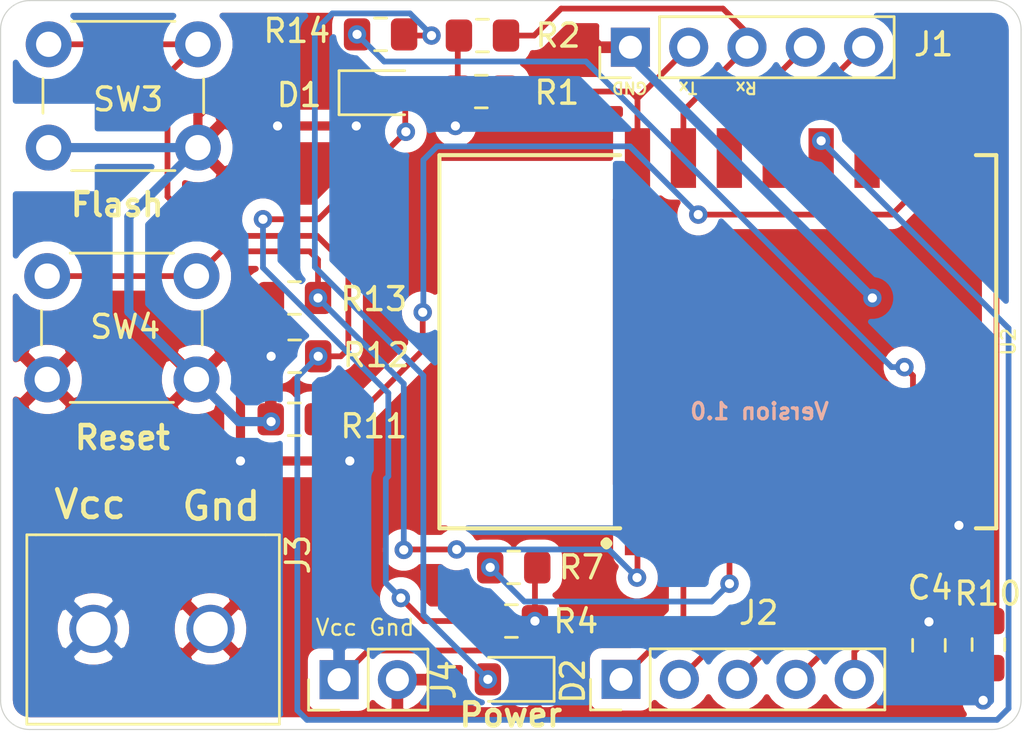
<source format=kicad_pcb>
(kicad_pcb (version 20171130) (host pcbnew "(5.1.6)-1")

  (general
    (thickness 1.6)
    (drawings 19)
    (tracks 185)
    (zones 0)
    (modules 19)
    (nets 19)
  )

  (page A4)
  (layers
    (0 F.Cu signal)
    (31 B.Cu signal)
    (32 B.Adhes user)
    (33 F.Adhes user)
    (34 B.Paste user)
    (35 F.Paste user)
    (36 B.SilkS user)
    (37 F.SilkS user)
    (38 B.Mask user)
    (39 F.Mask user)
    (40 Dwgs.User user)
    (41 Cmts.User user)
    (42 Eco1.User user)
    (43 Eco2.User user)
    (44 Edge.Cuts user)
    (45 Margin user)
    (46 B.CrtYd user)
    (47 F.CrtYd user hide)
    (48 B.Fab user)
    (49 F.Fab user hide)
  )

  (setup
    (last_trace_width 0.4)
    (user_trace_width 0.4)
    (trace_clearance 0.2)
    (zone_clearance 0.508)
    (zone_45_only no)
    (trace_min 0.2)
    (via_size 0.8)
    (via_drill 0.4)
    (via_min_size 0.4)
    (via_min_drill 0.3)
    (uvia_size 0.3)
    (uvia_drill 0.1)
    (uvias_allowed no)
    (uvia_min_size 0.2)
    (uvia_min_drill 0.1)
    (edge_width 0.05)
    (segment_width 0.2)
    (pcb_text_width 0.3)
    (pcb_text_size 1.5 1.5)
    (mod_edge_width 0.12)
    (mod_text_size 1 1)
    (mod_text_width 0.15)
    (pad_size 1.524 1.524)
    (pad_drill 0.762)
    (pad_to_mask_clearance 0.05)
    (aux_axis_origin 0 0)
    (grid_origin 301.625 8.255)
    (visible_elements 7FFFFFFF)
    (pcbplotparams
      (layerselection 0x010fc_ffffffff)
      (usegerberextensions false)
      (usegerberattributes true)
      (usegerberadvancedattributes true)
      (creategerberjobfile true)
      (excludeedgelayer true)
      (linewidth 0.100000)
      (plotframeref false)
      (viasonmask false)
      (mode 1)
      (useauxorigin false)
      (hpglpennumber 1)
      (hpglpenspeed 20)
      (hpglpendiameter 15.000000)
      (psnegative false)
      (psa4output false)
      (plotreference true)
      (plotvalue true)
      (plotinvisibletext false)
      (padsonsilk false)
      (subtractmaskfromsilk false)
      (outputformat 1)
      (mirror false)
      (drillshape 1)
      (scaleselection 1)
      (outputdirectory ""))
  )

  (net 0 "")
  (net 1 "Net-(D1-Pad2)")
  (net 2 "Net-(D2-Pad2)")
  (net 3 /PIN4)
  (net 4 /PIN5)
  (net 5 /PIN13)
  (net 6 /PIN12)
  (net 7 /PIN14)
  (net 8 /PIN16)
  (net 9 /ADC)
  (net 10 "Net-(R7-Pad1)")
  (net 11 /PIN2)
  (net 12 /PIN15)
  (net 13 /PIN0)
  (net 14 /RST)
  (net 15 /Tx)
  (net 16 /Rx)
  (net 17 VCC)
  (net 18 GND)

  (net_class Default "This is the default net class."
    (clearance 0.2)
    (trace_width 0.25)
    (via_dia 0.8)
    (via_drill 0.4)
    (uvia_dia 0.3)
    (uvia_drill 0.1)
    (add_net /ADC)
    (add_net /PIN0)
    (add_net /PIN12)
    (add_net /PIN13)
    (add_net /PIN14)
    (add_net /PIN15)
    (add_net /PIN16)
    (add_net /PIN2)
    (add_net /PIN4)
    (add_net /PIN5)
    (add_net /RST)
    (add_net /Rx)
    (add_net /Tx)
    (add_net GND)
    (add_net "Net-(D1-Pad2)")
    (add_net "Net-(D2-Pad2)")
    (add_net "Net-(R7-Pad1)")
    (add_net VCC)
  )

  (module Button_Switch_THT:SW_PUSH_6mm (layer F.Cu) (tedit 5F64B1CB) (tstamp 5F69A803)
    (at 80.54594 76.7842)
    (descr https://www.omron.com/ecb/products/pdf/en-b3f.pdf)
    (tags "tact sw push 6mm")
    (path /5F62709B)
    (fp_text reference SW3 (at 3.46456 2.4003) (layer F.SilkS)
      (effects (font (size 1 1) (thickness 0.15)))
    )
    (fp_text value SW_Push (at 3.75 6.7) (layer F.Fab) hide
      (effects (font (size 1 1) (thickness 0.15)))
    )
    (fp_line (start 3.25 -0.75) (end 6.25 -0.75) (layer F.Fab) (width 0.1))
    (fp_line (start 6.25 -0.75) (end 6.25 5.25) (layer F.Fab) (width 0.1))
    (fp_line (start 6.25 5.25) (end 0.25 5.25) (layer F.Fab) (width 0.1))
    (fp_line (start 0.25 5.25) (end 0.25 -0.75) (layer F.Fab) (width 0.1))
    (fp_line (start 0.25 -0.75) (end 3.25 -0.75) (layer F.Fab) (width 0.1))
    (fp_line (start 7.75 6) (end 8 6) (layer F.CrtYd) (width 0.05))
    (fp_line (start 8 6) (end 8 5.75) (layer F.CrtYd) (width 0.05))
    (fp_line (start 7.75 -1.5) (end 8 -1.5) (layer F.CrtYd) (width 0.05))
    (fp_line (start 8 -1.5) (end 8 -1.25) (layer F.CrtYd) (width 0.05))
    (fp_line (start -1.5 -1.25) (end -1.5 -1.5) (layer F.CrtYd) (width 0.05))
    (fp_line (start -1.5 -1.5) (end -1.25 -1.5) (layer F.CrtYd) (width 0.05))
    (fp_line (start -1.5 5.75) (end -1.5 6) (layer F.CrtYd) (width 0.05))
    (fp_line (start -1.5 6) (end -1.25 6) (layer F.CrtYd) (width 0.05))
    (fp_line (start -1.25 -1.5) (end 7.75 -1.5) (layer F.CrtYd) (width 0.05))
    (fp_line (start -1.5 5.75) (end -1.5 -1.25) (layer F.CrtYd) (width 0.05))
    (fp_line (start 7.75 6) (end -1.25 6) (layer F.CrtYd) (width 0.05))
    (fp_line (start 8 -1.25) (end 8 5.75) (layer F.CrtYd) (width 0.05))
    (fp_line (start 1 5.5) (end 5.5 5.5) (layer F.SilkS) (width 0.12))
    (fp_line (start -0.25 1.5) (end -0.25 3) (layer F.SilkS) (width 0.12))
    (fp_line (start 5.5 -1) (end 1 -1) (layer F.SilkS) (width 0.12))
    (fp_line (start 6.75 3) (end 6.75 1.5) (layer F.SilkS) (width 0.12))
    (fp_circle (center 3.25 2.25) (end 1.25 2.5) (layer F.Fab) (width 0.1))
    (fp_text user %R (at 3.25 2.25) (layer F.Fab)
      (effects (font (size 1 1) (thickness 0.15)))
    )
    (pad 2 thru_hole circle (at 0 4.5 90) (size 2 2) (drill 1.1) (layers *.Cu *.Mask)
      (net 18 GND))
    (pad 1 thru_hole circle (at 0 0 90) (size 2 2) (drill 1.1) (layers *.Cu *.Mask)
      (net 13 /PIN0))
    (pad 2 thru_hole circle (at 6.5 4.5 90) (size 2 2) (drill 1.1) (layers *.Cu *.Mask)
      (net 18 GND))
    (pad 1 thru_hole circle (at 6.5 0 90) (size 2 2) (drill 1.1) (layers *.Cu *.Mask)
      (net 13 /PIN0))
    (model ${KISYS3DMOD}/Button_Switch_THT.3dshapes/SW_PUSH_6mm.wrl
      (at (xyz 0 0 0))
      (scale (xyz 1 1 1))
      (rotate (xyz 0 0 0))
    )
  )

  (module ESP-12S:ESP-12S (layer F.Cu) (tedit 5F64B058) (tstamp 5F64D485)
    (at 109.69244 89.7382 90)
    (path /5F4F72D3)
    (fp_text reference U2 (at 0 12.6588 90) (layer F.SilkS)
      (effects (font (size 0.6 0.6) (thickness 0.1)))
    )
    (fp_text value ESP-12S (at 0 11.5952 90) (layer F.Fab)
      (effects (font (size 0.48 0.48) (thickness 0.015)))
    )
    (fp_poly (pts (xy -1.016 0.159) (xy 0.984 0.159) (xy 0.984 2.159) (xy -1.016 2.159)) (layer F.Paste) (width 0.01))
    (fp_poly (pts (xy 8 -5) (xy -8 -5) (xy -8 -12) (xy 8 -12)) (layer Dwgs.User) (width 0.002541))
    (fp_poly (pts (xy -8 -5) (xy 8 -5) (xy 8 -12) (xy -8 -12)) (layer Dwgs.User) (width 0.002541))
    (fp_line (start 8.127 -12.127) (end 8.127 -4.256) (layer F.SilkS) (width 0.1778))
    (fp_line (start -8.127 -12.127) (end 8.127 -12.127) (layer F.SilkS) (width 0.1778))
    (fp_line (start -8.127 -4.256) (end -8.127 -12.127) (layer F.SilkS) (width 0.1778))
    (fp_line (start 8.127 11.241) (end 8.127 12.127) (layer F.SilkS) (width 0.1778))
    (fp_line (start -8.127 12.127) (end -8.127 11.241) (layer F.SilkS) (width 0.1778))
    (fp_line (start 8.127 12.127) (end -8.127 12.127) (layer F.SilkS) (width 0.1778))
    (fp_poly (pts (xy 6.9 -4.05) (xy 8 -4.05) (xy 8 -2.95) (xy 6.9 -2.95)) (layer F.Fab) (width 0.01))
    (fp_poly (pts (xy 6.9 -2.05) (xy 8 -2.05) (xy 8 -0.95) (xy 6.9 -0.95)) (layer F.Fab) (width 0.01))
    (fp_poly (pts (xy 6.9 -0.05) (xy 8 -0.05) (xy 8 1.05) (xy 6.9 1.05)) (layer F.Fab) (width 0.01))
    (fp_poly (pts (xy 6.9 1.95) (xy 8 1.95) (xy 8 3.05) (xy 6.9 3.05)) (layer F.Fab) (width 0.01))
    (fp_poly (pts (xy 6.9 3.95) (xy 8 3.95) (xy 8 5.05) (xy 6.9 5.05)) (layer F.Fab) (width 0.01))
    (fp_poly (pts (xy 6.9 5.95) (xy 8 5.95) (xy 8 7.05) (xy 6.9 7.05)) (layer F.Fab) (width 0.01))
    (fp_poly (pts (xy 6.9 7.95) (xy 8 7.95) (xy 8 9.05) (xy 6.9 9.05)) (layer F.Fab) (width 0.01))
    (fp_poly (pts (xy 6.9 9.95) (xy 8 9.95) (xy 8 11.05) (xy 6.9 11.05)) (layer F.Fab) (width 0.01))
    (fp_poly (pts (xy -8 -4.05) (xy -6.9 -4.05) (xy -6.9 -2.95) (xy -8 -2.95)) (layer F.Fab) (width 0.01))
    (fp_poly (pts (xy -8 -2.05) (xy -6.9 -2.05) (xy -6.9 -0.95) (xy -8 -0.95)) (layer F.Fab) (width 0.01))
    (fp_poly (pts (xy -8 -0.05) (xy -6.9 -0.05) (xy -6.9 1.05) (xy -8 1.05)) (layer F.Fab) (width 0.01))
    (fp_poly (pts (xy -8 1.95) (xy -6.9 1.95) (xy -6.9 3.05) (xy -8 3.05)) (layer F.Fab) (width 0.01))
    (fp_poly (pts (xy -8 3.95) (xy -6.9 3.95) (xy -6.9 5.05) (xy -8 5.05)) (layer F.Fab) (width 0.01))
    (fp_poly (pts (xy -8 5.95) (xy -6.9 5.95) (xy -6.9 7.05) (xy -8 7.05)) (layer F.Fab) (width 0.01))
    (fp_poly (pts (xy -8 7.95) (xy -6.9 7.95) (xy -6.9 9.05) (xy -8 9.05)) (layer F.Fab) (width 0.01))
    (fp_poly (pts (xy -8 9.95) (xy -6.9 9.95) (xy -6.9 11.05) (xy -8 11.05)) (layer F.Fab) (width 0.01))
    (fp_line (start 8 12) (end -8 12) (layer F.Fab) (width 0.002541))
    (fp_line (start 8 -12) (end 8 12) (layer F.Fab) (width 0.002541))
    (fp_line (start -8 -12) (end 8 -12) (layer F.Fab) (width 0.002541))
    (fp_line (start -8 12) (end -8 -12) (layer F.Fab) (width 0.002541))
    (pad P$1 smd rect (at 0 1.2 90) (size 3.2 3.2) (layers F.Cu F.Mask)
      (net 18 GND) (zone_connect 2))
    (pad 16 smd rect (at 8 -3.5 90) (size 2.6 1.1) (layers F.Cu F.Paste F.Mask)
      (net 15 /Tx))
    (pad 15 smd rect (at 8 -1.5 90) (size 2.6 1.1) (layers F.Cu F.Paste F.Mask)
      (net 16 /Rx))
    (pad 14 smd rect (at 8 0.5 90) (size 2.6 1.1) (layers F.Cu F.Paste F.Mask)
      (net 4 /PIN5))
    (pad 13 smd rect (at 8 2.5 90) (size 2.6 1.1) (layers F.Cu F.Paste F.Mask)
      (net 3 /PIN4))
    (pad 12 smd rect (at 8 4.5 90) (size 2.6 1.1) (layers F.Cu F.Paste F.Mask)
      (net 13 /PIN0))
    (pad 11 smd rect (at 8 6.5 90) (size 2.6 1.1) (layers F.Cu F.Paste F.Mask)
      (net 11 /PIN2))
    (pad 10 smd rect (at 8 8.5 90) (size 2.6 1.1) (layers F.Cu F.Paste F.Mask)
      (net 12 /PIN15))
    (pad 9 smd rect (at 8 10.5 90) (size 2.6 1.1) (layers F.Cu F.Paste F.Mask)
      (net 18 GND))
    (pad 8 smd rect (at -8 10.5 90) (size 2.6 1.1) (layers F.Cu F.Paste F.Mask)
      (net 17 VCC))
    (pad 7 smd rect (at -8 8.5 90) (size 2.6 1.1) (layers F.Cu F.Paste F.Mask)
      (net 5 /PIN13))
    (pad 6 smd rect (at -8 6.5 90) (size 2.6 1.1) (layers F.Cu F.Paste F.Mask)
      (net 6 /PIN12))
    (pad 5 smd rect (at -8 4.5 90) (size 2.6 1.1) (layers F.Cu F.Paste F.Mask)
      (net 7 /PIN14))
    (pad 4 smd rect (at -8 2.5 90) (size 2.6 1.1) (layers F.Cu F.Paste F.Mask)
      (net 8 /PIN16))
    (pad 3 smd rect (at -8 0.5 90) (size 2.6 1.1) (layers F.Cu F.Paste F.Mask)
      (net 10 "Net-(R7-Pad1)"))
    (pad 2 smd rect (at -8 -1.5 90) (size 2.6 1.1) (layers F.Cu F.Paste F.Mask)
      (net 9 /ADC))
    (pad 1 smd rect (at -8 -3.5 90) (size 2.6 1.1) (layers F.Cu F.Paste F.Mask)
      (net 14 /RST))
    (model "${KIPRJMOD}/3D models/ESP-12S--3DModel-STEP-56544.STEP"
      (at (xyz 0 0 0))
      (scale (xyz 1 1 1))
      (rotate (xyz -90 0 0))
    )
  )

  (module ESP12Module:TerminalBlock01x02 (layer F.Cu) (tedit 5F4F7D66) (tstamp 5F64D57F)
    (at 87.59444 102.2477)
    (path /5F4FA2DA)
    (fp_text reference J3 (at 3.81 -3.2385 -270) (layer F.SilkS)
      (effects (font (size 1 1) (thickness 0.15)))
    )
    (fp_text value Screw_Terminal_01x02 (at -0.1 -5.7) (layer F.Fab) hide
      (effects (font (size 1 1) (thickness 0.15)))
    )
    (fp_line (start -7.6 -4.1) (end 2.4 -4.1) (layer F.SilkS) (width 0.12))
    (fp_line (start 3 -4.1) (end 3 3.9) (layer F.SilkS) (width 0.12))
    (fp_line (start 3 3.9) (end 3 4.15) (layer F.SilkS) (width 0.12))
    (fp_line (start -8 -4.1) (end -8 3.9) (layer F.SilkS) (width 0.12))
    (fp_line (start -8 3.9) (end -8 4.15) (layer F.SilkS) (width 0.12))
    (fp_line (start -7.6 4.15) (end 2.4 4.15) (layer F.SilkS) (width 0.12))
    (fp_line (start -7.6 4.15) (end -8 4.15) (layer F.SilkS) (width 0.12))
    (fp_line (start -7.6 -4.1) (end -8 -4.1) (layer F.SilkS) (width 0.12))
    (fp_line (start 2.4 -4.1) (end 3 -4.1) (layer F.SilkS) (width 0.12))
    (fp_line (start 3 4.15) (end 2.4 4.15) (layer F.SilkS) (width 0.12))
    (pad 2 thru_hole circle (at 0 0) (size 2.1 2.1) (drill 1.5) (layers *.Cu *.Mask)
      (net 18 GND))
    (pad 1 thru_hole circle (at -5.1 0) (size 2.1 2.1) (drill 1.5) (layers *.Cu *.Mask)
      (net 17 VCC))
    (model "${KIPRJMOD}/3D models/TerminaBlock01x02(green).stp"
      (offset (xyz -7.5 -4 0))
      (scale (xyz 1 1 1))
      (rotate (xyz -90 0 90))
    )
  )

  (module Connector_PinHeader_2.54mm:PinHeader_1x05_P2.54mm_Vertical (layer F.Cu) (tedit 59FED5CC) (tstamp 5F64D663)
    (at 105.88244 76.9112 90)
    (descr "Through hole straight pin header, 1x05, 2.54mm pitch, single row")
    (tags "Through hole pin header THT 1x05 2.54mm single row")
    (path /5F64B8D0)
    (fp_text reference J1 (at 0.127 13.208 180) (layer F.SilkS)
      (effects (font (size 1 1) (thickness 0.15)))
    )
    (fp_text value Conn_01x05_Male (at 0 12.49 90) (layer F.Fab) hide
      (effects (font (size 1 1) (thickness 0.15)))
    )
    (fp_line (start 1.8 -1.8) (end -1.8 -1.8) (layer F.CrtYd) (width 0.05))
    (fp_line (start 1.8 11.95) (end 1.8 -1.8) (layer F.CrtYd) (width 0.05))
    (fp_line (start -1.8 11.95) (end 1.8 11.95) (layer F.CrtYd) (width 0.05))
    (fp_line (start -1.8 -1.8) (end -1.8 11.95) (layer F.CrtYd) (width 0.05))
    (fp_line (start -1.33 -1.33) (end 0 -1.33) (layer F.SilkS) (width 0.12))
    (fp_line (start -1.33 0) (end -1.33 -1.33) (layer F.SilkS) (width 0.12))
    (fp_line (start -1.33 1.27) (end 1.33 1.27) (layer F.SilkS) (width 0.12))
    (fp_line (start 1.33 1.27) (end 1.33 11.49) (layer F.SilkS) (width 0.12))
    (fp_line (start -1.33 1.27) (end -1.33 11.49) (layer F.SilkS) (width 0.12))
    (fp_line (start -1.33 11.49) (end 1.33 11.49) (layer F.SilkS) (width 0.12))
    (fp_line (start -1.27 -0.635) (end -0.635 -1.27) (layer F.Fab) (width 0.1))
    (fp_line (start -1.27 11.43) (end -1.27 -0.635) (layer F.Fab) (width 0.1))
    (fp_line (start 1.27 11.43) (end -1.27 11.43) (layer F.Fab) (width 0.1))
    (fp_line (start 1.27 -1.27) (end 1.27 11.43) (layer F.Fab) (width 0.1))
    (fp_line (start -0.635 -1.27) (end 1.27 -1.27) (layer F.Fab) (width 0.1))
    (fp_text user %R (at 0 5.08) (layer F.Fab)
      (effects (font (size 1 1) (thickness 0.15)))
    )
    (pad 5 thru_hole oval (at 0 10.16 90) (size 1.7 1.7) (drill 1) (layers *.Cu *.Mask)
      (net 3 /PIN4))
    (pad 4 thru_hole oval (at 0 7.62 90) (size 1.7 1.7) (drill 1) (layers *.Cu *.Mask)
      (net 4 /PIN5))
    (pad 3 thru_hole oval (at 0 5.08 90) (size 1.7 1.7) (drill 1) (layers *.Cu *.Mask)
      (net 16 /Rx))
    (pad 2 thru_hole oval (at 0 2.54 90) (size 1.7 1.7) (drill 1) (layers *.Cu *.Mask)
      (net 15 /Tx))
    (pad 1 thru_hole rect (at 0 0 90) (size 1.7 1.7) (drill 1) (layers *.Cu *.Mask)
      (net 18 GND))
    (model ${KISYS3DMOD}/Connector_PinHeader_2.54mm.3dshapes/PinHeader_1x05_P2.54mm_Vertical.wrl
      (at (xyz 0 0 0))
      (scale (xyz 1 1 1))
      (rotate (xyz 0 0 0))
    )
  )

  (module Button_Switch_THT:SW_PUSH_6mm (layer F.Cu) (tedit 5A02FE31) (tstamp 5F64E2C1)
    (at 80.48244 86.8807)
    (descr https://www.omron.com/ecb/products/pdf/en-b3f.pdf)
    (tags "tact sw push 6mm")
    (path /5F624E55)
    (fp_text reference SW4 (at 3.40106 2.2098) (layer F.SilkS)
      (effects (font (size 1 1) (thickness 0.15)))
    )
    (fp_text value SW_Push (at 3.75 6.7) (layer F.Fab) hide
      (effects (font (size 1 1) (thickness 0.15)))
    )
    (fp_line (start 3.25 -0.75) (end 6.25 -0.75) (layer F.Fab) (width 0.1))
    (fp_line (start 6.25 -0.75) (end 6.25 5.25) (layer F.Fab) (width 0.1))
    (fp_line (start 6.25 5.25) (end 0.25 5.25) (layer F.Fab) (width 0.1))
    (fp_line (start 0.25 5.25) (end 0.25 -0.75) (layer F.Fab) (width 0.1))
    (fp_line (start 0.25 -0.75) (end 3.25 -0.75) (layer F.Fab) (width 0.1))
    (fp_line (start 7.75 6) (end 8 6) (layer F.CrtYd) (width 0.05))
    (fp_line (start 8 6) (end 8 5.75) (layer F.CrtYd) (width 0.05))
    (fp_line (start 7.75 -1.5) (end 8 -1.5) (layer F.CrtYd) (width 0.05))
    (fp_line (start 8 -1.5) (end 8 -1.25) (layer F.CrtYd) (width 0.05))
    (fp_line (start -1.5 -1.25) (end -1.5 -1.5) (layer F.CrtYd) (width 0.05))
    (fp_line (start -1.5 -1.5) (end -1.25 -1.5) (layer F.CrtYd) (width 0.05))
    (fp_line (start -1.5 5.75) (end -1.5 6) (layer F.CrtYd) (width 0.05))
    (fp_line (start -1.5 6) (end -1.25 6) (layer F.CrtYd) (width 0.05))
    (fp_line (start -1.25 -1.5) (end 7.75 -1.5) (layer F.CrtYd) (width 0.05))
    (fp_line (start -1.5 5.75) (end -1.5 -1.25) (layer F.CrtYd) (width 0.05))
    (fp_line (start 7.75 6) (end -1.25 6) (layer F.CrtYd) (width 0.05))
    (fp_line (start 8 -1.25) (end 8 5.75) (layer F.CrtYd) (width 0.05))
    (fp_line (start 1 5.5) (end 5.5 5.5) (layer F.SilkS) (width 0.12))
    (fp_line (start -0.25 1.5) (end -0.25 3) (layer F.SilkS) (width 0.12))
    (fp_line (start 5.5 -1) (end 1 -1) (layer F.SilkS) (width 0.12))
    (fp_line (start 6.75 3) (end 6.75 1.5) (layer F.SilkS) (width 0.12))
    (fp_circle (center 3.25 2.25) (end 1.25 2.5) (layer F.Fab) (width 0.1))
    (fp_text user %R (at 3.25 2.25) (layer F.Fab)
      (effects (font (size 1 1) (thickness 0.15)))
    )
    (pad 2 thru_hole circle (at 0 4.5 90) (size 2 2) (drill 1.1) (layers *.Cu *.Mask)
      (net 18 GND))
    (pad 1 thru_hole circle (at 0 0 90) (size 2 2) (drill 1.1) (layers *.Cu *.Mask)
      (net 14 /RST))
    (pad 2 thru_hole circle (at 6.5 4.5 90) (size 2 2) (drill 1.1) (layers *.Cu *.Mask)
      (net 18 GND))
    (pad 1 thru_hole circle (at 6.5 0 90) (size 2 2) (drill 1.1) (layers *.Cu *.Mask)
      (net 14 /RST))
    (model ${KISYS3DMOD}/Button_Switch_THT.3dshapes/SW_PUSH_6mm.wrl
      (at (xyz 0 0 0))
      (scale (xyz 1 1 1))
      (rotate (xyz 0 0 0))
    )
  )

  (module Resistor_SMD:R_0805_2012Metric_Pad1.15x1.40mm_HandSolder (layer F.Cu) (tedit 5B36C52B) (tstamp 5F64D4F0)
    (at 95.00224 76.3524)
    (descr "Resistor SMD 0805 (2012 Metric), square (rectangular) end terminal, IPC_7351 nominal with elongated pad for handsoldering. (Body size source: https://docs.google.com/spreadsheets/d/1BsfQQcO9C6DZCsRaXUlFlo91Tg2WpOkGARC1WS5S8t0/edit?usp=sharing), generated with kicad-footprint-generator")
    (tags "resistor handsolder")
    (path /5F54AD00)
    (attr smd)
    (fp_text reference R14 (at -3.6486 -0.1524) (layer F.SilkS)
      (effects (font (size 1 1) (thickness 0.15)))
    )
    (fp_text value 220 (at -0.6514 4.2672) (layer F.Fab) hide
      (effects (font (size 1 1) (thickness 0.15)))
    )
    (fp_line (start 1.85 0.95) (end -1.85 0.95) (layer F.CrtYd) (width 0.05))
    (fp_line (start 1.85 -0.95) (end 1.85 0.95) (layer F.CrtYd) (width 0.05))
    (fp_line (start -1.85 -0.95) (end 1.85 -0.95) (layer F.CrtYd) (width 0.05))
    (fp_line (start -1.85 0.95) (end -1.85 -0.95) (layer F.CrtYd) (width 0.05))
    (fp_line (start -0.261252 0.71) (end 0.261252 0.71) (layer F.SilkS) (width 0.12))
    (fp_line (start -0.261252 -0.71) (end 0.261252 -0.71) (layer F.SilkS) (width 0.12))
    (fp_line (start 1 0.6) (end -1 0.6) (layer F.Fab) (width 0.1))
    (fp_line (start 1 -0.6) (end 1 0.6) (layer F.Fab) (width 0.1))
    (fp_line (start -1 -0.6) (end 1 -0.6) (layer F.Fab) (width 0.1))
    (fp_line (start -1 0.6) (end -1 -0.6) (layer F.Fab) (width 0.1))
    (fp_text user %R (at 0 0) (layer F.Fab)
      (effects (font (size 0.5 0.5) (thickness 0.08)))
    )
    (pad 2 smd roundrect (at 1.025 0) (size 1.15 1.4) (layers F.Cu F.Paste F.Mask) (roundrect_rratio 0.217391)
      (net 2 "Net-(D2-Pad2)"))
    (pad 1 smd roundrect (at -1.025 0) (size 1.15 1.4) (layers F.Cu F.Paste F.Mask) (roundrect_rratio 0.217391)
      (net 5 /PIN13))
    (model ${KISYS3DMOD}/Resistor_SMD.3dshapes/R_0805_2012Metric.wrl
      (at (xyz 0 0 0))
      (scale (xyz 1 1 1))
      (rotate (xyz 0 0 0))
    )
  )

  (module Resistor_SMD:R_0805_2012Metric_Pad1.15x1.40mm_HandSolder (layer F.Cu) (tedit 5B36C52B) (tstamp 5F64D832)
    (at 91.25204 87.8332)
    (descr "Resistor SMD 0805 (2012 Metric), square (rectangular) end terminal, IPC_7351 nominal with elongated pad for handsoldering. (Body size source: https://docs.google.com/spreadsheets/d/1BsfQQcO9C6DZCsRaXUlFlo91Tg2WpOkGARC1WS5S8t0/edit?usp=sharing), generated with kicad-footprint-generator")
    (tags "resistor handsolder")
    (path /5F4F8709)
    (attr smd)
    (fp_text reference R13 (at 3.4544 0.0508) (layer F.SilkS)
      (effects (font (size 1 1) (thickness 0.15)))
    )
    (fp_text value 10k (at 0 1.65) (layer F.Fab) hide
      (effects (font (size 1 1) (thickness 0.15)))
    )
    (fp_line (start 1.85 0.95) (end -1.85 0.95) (layer F.CrtYd) (width 0.05))
    (fp_line (start 1.85 -0.95) (end 1.85 0.95) (layer F.CrtYd) (width 0.05))
    (fp_line (start -1.85 -0.95) (end 1.85 -0.95) (layer F.CrtYd) (width 0.05))
    (fp_line (start -1.85 0.95) (end -1.85 -0.95) (layer F.CrtYd) (width 0.05))
    (fp_line (start -0.261252 0.71) (end 0.261252 0.71) (layer F.SilkS) (width 0.12))
    (fp_line (start -0.261252 -0.71) (end 0.261252 -0.71) (layer F.SilkS) (width 0.12))
    (fp_line (start 1 0.6) (end -1 0.6) (layer F.Fab) (width 0.1))
    (fp_line (start 1 -0.6) (end 1 0.6) (layer F.Fab) (width 0.1))
    (fp_line (start -1 -0.6) (end 1 -0.6) (layer F.Fab) (width 0.1))
    (fp_line (start -1 0.6) (end -1 -0.6) (layer F.Fab) (width 0.1))
    (fp_text user %R (at 0 0) (layer F.Fab)
      (effects (font (size 0.5 0.5) (thickness 0.08)))
    )
    (pad 2 smd roundrect (at 1.025 0) (size 1.15 1.4) (layers F.Cu F.Paste F.Mask) (roundrect_rratio 0.217391)
      (net 14 /RST))
    (pad 1 smd roundrect (at -1.025 0) (size 1.15 1.4) (layers F.Cu F.Paste F.Mask) (roundrect_rratio 0.217391)
      (net 17 VCC))
    (model ${KISYS3DMOD}/Resistor_SMD.3dshapes/R_0805_2012Metric.wrl
      (at (xyz 0 0 0))
      (scale (xyz 1 1 1))
      (rotate (xyz 0 0 0))
    )
  )

  (module Resistor_SMD:R_0805_2012Metric_Pad1.15x1.40mm_HandSolder (layer F.Cu) (tedit 5B36C52B) (tstamp 5F64D520)
    (at 91.26104 90.3732)
    (descr "Resistor SMD 0805 (2012 Metric), square (rectangular) end terminal, IPC_7351 nominal with elongated pad for handsoldering. (Body size source: https://docs.google.com/spreadsheets/d/1BsfQQcO9C6DZCsRaXUlFlo91Tg2WpOkGARC1WS5S8t0/edit?usp=sharing), generated with kicad-footprint-generator")
    (tags "resistor handsolder")
    (path /5F4F84BF)
    (attr smd)
    (fp_text reference R12 (at 3.547 -0.0508) (layer F.SilkS)
      (effects (font (size 1 1) (thickness 0.15)))
    )
    (fp_text value 10k (at 3.293 1.4732) (layer F.Fab) hide
      (effects (font (size 1 1) (thickness 0.15)))
    )
    (fp_line (start 1.85 0.95) (end -1.85 0.95) (layer F.CrtYd) (width 0.05))
    (fp_line (start 1.85 -0.95) (end 1.85 0.95) (layer F.CrtYd) (width 0.05))
    (fp_line (start -1.85 -0.95) (end 1.85 -0.95) (layer F.CrtYd) (width 0.05))
    (fp_line (start -1.85 0.95) (end -1.85 -0.95) (layer F.CrtYd) (width 0.05))
    (fp_line (start -0.261252 0.71) (end 0.261252 0.71) (layer F.SilkS) (width 0.12))
    (fp_line (start -0.261252 -0.71) (end 0.261252 -0.71) (layer F.SilkS) (width 0.12))
    (fp_line (start 1 0.6) (end -1 0.6) (layer F.Fab) (width 0.1))
    (fp_line (start 1 -0.6) (end 1 0.6) (layer F.Fab) (width 0.1))
    (fp_line (start -1 -0.6) (end 1 -0.6) (layer F.Fab) (width 0.1))
    (fp_line (start -1 0.6) (end -1 -0.6) (layer F.Fab) (width 0.1))
    (fp_text user %R (at 0 0) (layer F.Fab)
      (effects (font (size 0.5 0.5) (thickness 0.08)))
    )
    (pad 2 smd roundrect (at 1.025 0) (size 1.15 1.4) (layers F.Cu F.Paste F.Mask) (roundrect_rratio 0.217391)
      (net 13 /PIN0))
    (pad 1 smd roundrect (at -1.025 0) (size 1.15 1.4) (layers F.Cu F.Paste F.Mask) (roundrect_rratio 0.217391)
      (net 17 VCC))
    (model ${KISYS3DMOD}/Resistor_SMD.3dshapes/R_0805_2012Metric.wrl
      (at (xyz 0 0 0))
      (scale (xyz 1 1 1))
      (rotate (xyz 0 0 0))
    )
  )

  (module Resistor_SMD:R_0805_2012Metric_Pad1.15x1.40mm_HandSolder (layer F.Cu) (tedit 5B36C52B) (tstamp 5F64D802)
    (at 91.24304 93.1164 180)
    (descr "Resistor SMD 0805 (2012 Metric), square (rectangular) end terminal, IPC_7351 nominal with elongated pad for handsoldering. (Body size source: https://docs.google.com/spreadsheets/d/1BsfQQcO9C6DZCsRaXUlFlo91Tg2WpOkGARC1WS5S8t0/edit?usp=sharing), generated with kicad-footprint-generator")
    (tags "resistor handsolder")
    (path /5F4F81EE)
    (attr smd)
    (fp_text reference R11 (at -3.4634 -0.3048) (layer F.SilkS)
      (effects (font (size 1 1) (thickness 0.15)))
    )
    (fp_text value 10k (at -4.2254 -2.1336) (layer F.Fab) hide
      (effects (font (size 1 1) (thickness 0.15)))
    )
    (fp_line (start 1.85 0.95) (end -1.85 0.95) (layer F.CrtYd) (width 0.05))
    (fp_line (start 1.85 -0.95) (end 1.85 0.95) (layer F.CrtYd) (width 0.05))
    (fp_line (start -1.85 -0.95) (end 1.85 -0.95) (layer F.CrtYd) (width 0.05))
    (fp_line (start -1.85 0.95) (end -1.85 -0.95) (layer F.CrtYd) (width 0.05))
    (fp_line (start -0.261252 0.71) (end 0.261252 0.71) (layer F.SilkS) (width 0.12))
    (fp_line (start -0.261252 -0.71) (end 0.261252 -0.71) (layer F.SilkS) (width 0.12))
    (fp_line (start 1 0.6) (end -1 0.6) (layer F.Fab) (width 0.1))
    (fp_line (start 1 -0.6) (end 1 0.6) (layer F.Fab) (width 0.1))
    (fp_line (start -1 -0.6) (end 1 -0.6) (layer F.Fab) (width 0.1))
    (fp_line (start -1 0.6) (end -1 -0.6) (layer F.Fab) (width 0.1))
    (fp_text user %R (at 0 0) (layer F.Fab)
      (effects (font (size 0.5 0.5) (thickness 0.08)))
    )
    (pad 2 smd roundrect (at 1.025 0 180) (size 1.15 1.4) (layers F.Cu F.Paste F.Mask) (roundrect_rratio 0.217391)
      (net 18 GND))
    (pad 1 smd roundrect (at -1.025 0 180) (size 1.15 1.4) (layers F.Cu F.Paste F.Mask) (roundrect_rratio 0.217391)
      (net 12 /PIN15))
    (model ${KISYS3DMOD}/Resistor_SMD.3dshapes/R_0805_2012Metric.wrl
      (at (xyz 0 0 0))
      (scale (xyz 1 1 1))
      (rotate (xyz 0 0 0))
    )
  )

  (module Resistor_SMD:R_0805_2012Metric_Pad1.15x1.40mm_HandSolder (layer F.Cu) (tedit 5B36C52B) (tstamp 5F65B97C)
    (at 121.47804 102.9298 270)
    (descr "Resistor SMD 0805 (2012 Metric), square (rectangular) end terminal, IPC_7351 nominal with elongated pad for handsoldering. (Body size source: https://docs.google.com/spreadsheets/d/1BsfQQcO9C6DZCsRaXUlFlo91Tg2WpOkGARC1WS5S8t0/edit?usp=sharing), generated with kicad-footprint-generator")
    (tags "resistor handsolder")
    (path /5F4F7B77)
    (attr smd)
    (fp_text reference R10 (at -2.2188 0.0254 180) (layer F.SilkS)
      (effects (font (size 1 1) (thickness 0.15)))
    )
    (fp_text value 10k (at 0 1.65 90) (layer F.Fab)
      (effects (font (size 1 1) (thickness 0.15)))
    )
    (fp_line (start 1.85 0.95) (end -1.85 0.95) (layer F.CrtYd) (width 0.05))
    (fp_line (start 1.85 -0.95) (end 1.85 0.95) (layer F.CrtYd) (width 0.05))
    (fp_line (start -1.85 -0.95) (end 1.85 -0.95) (layer F.CrtYd) (width 0.05))
    (fp_line (start -1.85 0.95) (end -1.85 -0.95) (layer F.CrtYd) (width 0.05))
    (fp_line (start -0.261252 0.71) (end 0.261252 0.71) (layer F.SilkS) (width 0.12))
    (fp_line (start -0.261252 -0.71) (end 0.261252 -0.71) (layer F.SilkS) (width 0.12))
    (fp_line (start 1 0.6) (end -1 0.6) (layer F.Fab) (width 0.1))
    (fp_line (start 1 -0.6) (end 1 0.6) (layer F.Fab) (width 0.1))
    (fp_line (start -1 -0.6) (end 1 -0.6) (layer F.Fab) (width 0.1))
    (fp_line (start -1 0.6) (end -1 -0.6) (layer F.Fab) (width 0.1))
    (fp_text user %R (at 0 0 90) (layer F.Fab)
      (effects (font (size 0.5 0.5) (thickness 0.08)))
    )
    (pad 2 smd roundrect (at 1.025 0 270) (size 1.15 1.4) (layers F.Cu F.Paste F.Mask) (roundrect_rratio 0.217391)
      (net 17 VCC))
    (pad 1 smd roundrect (at -1.025 0 270) (size 1.15 1.4) (layers F.Cu F.Paste F.Mask) (roundrect_rratio 0.217391)
      (net 11 /PIN2))
    (model ${KISYS3DMOD}/Resistor_SMD.3dshapes/R_0805_2012Metric.wrl
      (at (xyz 0 0 0))
      (scale (xyz 1 1 1))
      (rotate (xyz 0 0 0))
    )
  )

  (module Resistor_SMD:R_0805_2012Metric_Pad1.15x1.40mm_HandSolder (layer F.Cu) (tedit 5B36C52B) (tstamp 5F64FF28)
    (at 100.80244 99.568)
    (descr "Resistor SMD 0805 (2012 Metric), square (rectangular) end terminal, IPC_7351 nominal with elongated pad for handsoldering. (Body size source: https://docs.google.com/spreadsheets/d/1BsfQQcO9C6DZCsRaXUlFlo91Tg2WpOkGARC1WS5S8t0/edit?usp=sharing), generated with kicad-footprint-generator")
    (tags "resistor handsolder")
    (path /5F4F889A)
    (attr smd)
    (fp_text reference R7 (at 2.9464 0) (layer F.SilkS)
      (effects (font (size 1 1) (thickness 0.15)))
    )
    (fp_text value R (at 0 1.65) (layer F.Fab)
      (effects (font (size 1 1) (thickness 0.15)))
    )
    (fp_line (start 1.85 0.95) (end -1.85 0.95) (layer F.CrtYd) (width 0.05))
    (fp_line (start 1.85 -0.95) (end 1.85 0.95) (layer F.CrtYd) (width 0.05))
    (fp_line (start -1.85 -0.95) (end 1.85 -0.95) (layer F.CrtYd) (width 0.05))
    (fp_line (start -1.85 0.95) (end -1.85 -0.95) (layer F.CrtYd) (width 0.05))
    (fp_line (start -0.261252 0.71) (end 0.261252 0.71) (layer F.SilkS) (width 0.12))
    (fp_line (start -0.261252 -0.71) (end 0.261252 -0.71) (layer F.SilkS) (width 0.12))
    (fp_line (start 1 0.6) (end -1 0.6) (layer F.Fab) (width 0.1))
    (fp_line (start 1 -0.6) (end 1 0.6) (layer F.Fab) (width 0.1))
    (fp_line (start -1 -0.6) (end 1 -0.6) (layer F.Fab) (width 0.1))
    (fp_line (start -1 0.6) (end -1 -0.6) (layer F.Fab) (width 0.1))
    (fp_text user %R (at 0 0) (layer F.Fab)
      (effects (font (size 0.5 0.5) (thickness 0.08)))
    )
    (pad 2 smd roundrect (at 1.025 0) (size 1.15 1.4) (layers F.Cu F.Paste F.Mask) (roundrect_rratio 0.217391)
      (net 17 VCC))
    (pad 1 smd roundrect (at -1.025 0) (size 1.15 1.4) (layers F.Cu F.Paste F.Mask) (roundrect_rratio 0.217391)
      (net 10 "Net-(R7-Pad1)"))
    (model ${KISYS3DMOD}/Resistor_SMD.3dshapes/R_0805_2012Metric.wrl
      (at (xyz 0 0 0))
      (scale (xyz 1 1 1))
      (rotate (xyz 0 0 0))
    )
  )

  (module Resistor_SMD:R_0805_2012Metric_Pad1.15x1.40mm_HandSolder (layer F.Cu) (tedit 5B36C52B) (tstamp 5F64FFBE)
    (at 100.70084 101.9048 180)
    (descr "Resistor SMD 0805 (2012 Metric), square (rectangular) end terminal, IPC_7351 nominal with elongated pad for handsoldering. (Body size source: https://docs.google.com/spreadsheets/d/1BsfQQcO9C6DZCsRaXUlFlo91Tg2WpOkGARC1WS5S8t0/edit?usp=sharing), generated with kicad-footprint-generator")
    (tags "resistor handsolder")
    (path /5F538277)
    (attr smd)
    (fp_text reference R4 (at -2.80416 -0.0127) (layer F.SilkS)
      (effects (font (size 1 1) (thickness 0.15)))
    )
    (fp_text value 220R (at -6.4008 0.9144) (layer F.Fab) hide
      (effects (font (size 1 1) (thickness 0.15)))
    )
    (fp_line (start 1.85 0.95) (end -1.85 0.95) (layer F.CrtYd) (width 0.05))
    (fp_line (start 1.85 -0.95) (end 1.85 0.95) (layer F.CrtYd) (width 0.05))
    (fp_line (start -1.85 -0.95) (end 1.85 -0.95) (layer F.CrtYd) (width 0.05))
    (fp_line (start -1.85 0.95) (end -1.85 -0.95) (layer F.CrtYd) (width 0.05))
    (fp_line (start -0.261252 0.71) (end 0.261252 0.71) (layer F.SilkS) (width 0.12))
    (fp_line (start -0.261252 -0.71) (end 0.261252 -0.71) (layer F.SilkS) (width 0.12))
    (fp_line (start 1 0.6) (end -1 0.6) (layer F.Fab) (width 0.1))
    (fp_line (start 1 -0.6) (end 1 0.6) (layer F.Fab) (width 0.1))
    (fp_line (start -1 -0.6) (end 1 -0.6) (layer F.Fab) (width 0.1))
    (fp_line (start -1 0.6) (end -1 -0.6) (layer F.Fab) (width 0.1))
    (fp_text user %R (at 0 0) (layer F.Fab)
      (effects (font (size 0.5 0.5) (thickness 0.08)))
    )
    (pad 2 smd roundrect (at 1.025 0 180) (size 1.15 1.4) (layers F.Cu F.Paste F.Mask) (roundrect_rratio 0.217391)
      (net 1 "Net-(D1-Pad2)"))
    (pad 1 smd roundrect (at -1.025 0 180) (size 1.15 1.4) (layers F.Cu F.Paste F.Mask) (roundrect_rratio 0.217391)
      (net 17 VCC))
    (model ${KISYS3DMOD}/Resistor_SMD.3dshapes/R_0805_2012Metric.wrl
      (at (xyz 0 0 0))
      (scale (xyz 1 1 1))
      (rotate (xyz 0 0 0))
    )
  )

  (module Resistor_SMD:R_0805_2012Metric_Pad1.15x1.40mm_HandSolder (layer F.Cu) (tedit 5B36C52B) (tstamp 5F64D793)
    (at 99.43984 76.4032 180)
    (descr "Resistor SMD 0805 (2012 Metric), square (rectangular) end terminal, IPC_7351 nominal with elongated pad for handsoldering. (Body size source: https://docs.google.com/spreadsheets/d/1BsfQQcO9C6DZCsRaXUlFlo91Tg2WpOkGARC1WS5S8t0/edit?usp=sharing), generated with kicad-footprint-generator")
    (tags "resistor handsolder")
    (path /5F64F7F6)
    (attr smd)
    (fp_text reference R2 (at -3.293 0) (layer F.SilkS)
      (effects (font (size 1 1) (thickness 0.15)))
    )
    (fp_text value R (at -2.785 0.3048) (layer F.Fab) hide
      (effects (font (size 1 1) (thickness 0.15)))
    )
    (fp_line (start 1.85 0.95) (end -1.85 0.95) (layer F.CrtYd) (width 0.05))
    (fp_line (start 1.85 -0.95) (end 1.85 0.95) (layer F.CrtYd) (width 0.05))
    (fp_line (start -1.85 -0.95) (end 1.85 -0.95) (layer F.CrtYd) (width 0.05))
    (fp_line (start -1.85 0.95) (end -1.85 -0.95) (layer F.CrtYd) (width 0.05))
    (fp_line (start -0.261252 0.71) (end 0.261252 0.71) (layer F.SilkS) (width 0.12))
    (fp_line (start -0.261252 -0.71) (end 0.261252 -0.71) (layer F.SilkS) (width 0.12))
    (fp_line (start 1 0.6) (end -1 0.6) (layer F.Fab) (width 0.1))
    (fp_line (start 1 -0.6) (end 1 0.6) (layer F.Fab) (width 0.1))
    (fp_line (start -1 -0.6) (end 1 -0.6) (layer F.Fab) (width 0.1))
    (fp_line (start -1 0.6) (end -1 -0.6) (layer F.Fab) (width 0.1))
    (fp_text user %R (at 0 0) (layer F.Fab)
      (effects (font (size 0.5 0.5) (thickness 0.08)))
    )
    (pad 2 smd roundrect (at 1.025 0 180) (size 1.15 1.4) (layers F.Cu F.Paste F.Mask) (roundrect_rratio 0.217391)
      (net 17 VCC))
    (pad 1 smd roundrect (at -1.025 0 180) (size 1.15 1.4) (layers F.Cu F.Paste F.Mask) (roundrect_rratio 0.217391)
      (net 16 /Rx))
    (model ${KISYS3DMOD}/Resistor_SMD.3dshapes/R_0805_2012Metric.wrl
      (at (xyz 0 0 0))
      (scale (xyz 1 1 1))
      (rotate (xyz 0 0 0))
    )
  )

  (module Resistor_SMD:R_0805_2012Metric_Pad1.15x1.40mm_HandSolder (layer F.Cu) (tedit 5B36C52B) (tstamp 5F64E773)
    (at 99.38904 78.8416 180)
    (descr "Resistor SMD 0805 (2012 Metric), square (rectangular) end terminal, IPC_7351 nominal with elongated pad for handsoldering. (Body size source: https://docs.google.com/spreadsheets/d/1BsfQQcO9C6DZCsRaXUlFlo91Tg2WpOkGARC1WS5S8t0/edit?usp=sharing), generated with kicad-footprint-generator")
    (tags "resistor handsolder")
    (path /5F64F2F5)
    (attr smd)
    (fp_text reference R1 (at -3.293 -0.0508) (layer F.SilkS)
      (effects (font (size 1 1) (thickness 0.15)))
    )
    (fp_text value R (at 0 1.65) (layer F.Fab)
      (effects (font (size 1 1) (thickness 0.15)))
    )
    (fp_line (start 1.85 0.95) (end -1.85 0.95) (layer F.CrtYd) (width 0.05))
    (fp_line (start 1.85 -0.95) (end 1.85 0.95) (layer F.CrtYd) (width 0.05))
    (fp_line (start -1.85 -0.95) (end 1.85 -0.95) (layer F.CrtYd) (width 0.05))
    (fp_line (start -1.85 0.95) (end -1.85 -0.95) (layer F.CrtYd) (width 0.05))
    (fp_line (start -0.261252 0.71) (end 0.261252 0.71) (layer F.SilkS) (width 0.12))
    (fp_line (start -0.261252 -0.71) (end 0.261252 -0.71) (layer F.SilkS) (width 0.12))
    (fp_line (start 1 0.6) (end -1 0.6) (layer F.Fab) (width 0.1))
    (fp_line (start 1 -0.6) (end 1 0.6) (layer F.Fab) (width 0.1))
    (fp_line (start -1 -0.6) (end 1 -0.6) (layer F.Fab) (width 0.1))
    (fp_line (start -1 0.6) (end -1 -0.6) (layer F.Fab) (width 0.1))
    (fp_text user %R (at 0 0) (layer F.Fab)
      (effects (font (size 0.5 0.5) (thickness 0.08)))
    )
    (pad 2 smd roundrect (at 1.025 0 180) (size 1.15 1.4) (layers F.Cu F.Paste F.Mask) (roundrect_rratio 0.217391)
      (net 17 VCC))
    (pad 1 smd roundrect (at -1.025 0 180) (size 1.15 1.4) (layers F.Cu F.Paste F.Mask) (roundrect_rratio 0.217391)
      (net 15 /Tx))
    (model ${KISYS3DMOD}/Resistor_SMD.3dshapes/R_0805_2012Metric.wrl
      (at (xyz 0 0 0))
      (scale (xyz 1 1 1))
      (rotate (xyz 0 0 0))
    )
  )

  (module Connector_PinHeader_2.54mm:PinHeader_1x02_P2.54mm_Vertical (layer F.Cu) (tedit 59FED5CC) (tstamp 5F6599AF)
    (at 93.19514 104.4575 90)
    (descr "Through hole straight pin header, 1x02, 2.54mm pitch, single row")
    (tags "Through hole pin header THT 1x02 2.54mm single row")
    (path /5F64A7D6)
    (fp_text reference J4 (at -0.0127 4.5593 -90) (layer F.SilkS)
      (effects (font (size 1 1) (thickness 0.15)))
    )
    (fp_text value Conn_01x02_Male (at 0 4.87 90) (layer F.Fab) hide
      (effects (font (size 1 1) (thickness 0.15)))
    )
    (fp_line (start 1.8 -1.8) (end -1.8 -1.8) (layer F.CrtYd) (width 0.05))
    (fp_line (start 1.8 4.35) (end 1.8 -1.8) (layer F.CrtYd) (width 0.05))
    (fp_line (start -1.8 4.35) (end 1.8 4.35) (layer F.CrtYd) (width 0.05))
    (fp_line (start -1.8 -1.8) (end -1.8 4.35) (layer F.CrtYd) (width 0.05))
    (fp_line (start -1.33 -1.33) (end 0 -1.33) (layer F.SilkS) (width 0.12))
    (fp_line (start -1.33 0) (end -1.33 -1.33) (layer F.SilkS) (width 0.12))
    (fp_line (start -1.33 1.27) (end 1.33 1.27) (layer F.SilkS) (width 0.12))
    (fp_line (start 1.33 1.27) (end 1.33 3.87) (layer F.SilkS) (width 0.12))
    (fp_line (start -1.33 1.27) (end -1.33 3.87) (layer F.SilkS) (width 0.12))
    (fp_line (start -1.33 3.87) (end 1.33 3.87) (layer F.SilkS) (width 0.12))
    (fp_line (start -1.27 -0.635) (end -0.635 -1.27) (layer F.Fab) (width 0.1))
    (fp_line (start -1.27 3.81) (end -1.27 -0.635) (layer F.Fab) (width 0.1))
    (fp_line (start 1.27 3.81) (end -1.27 3.81) (layer F.Fab) (width 0.1))
    (fp_line (start 1.27 -1.27) (end 1.27 3.81) (layer F.Fab) (width 0.1))
    (fp_line (start -0.635 -1.27) (end 1.27 -1.27) (layer F.Fab) (width 0.1))
    (fp_text user %R (at 0 1.27) (layer F.Fab)
      (effects (font (size 1 1) (thickness 0.15)))
    )
    (pad 2 thru_hole oval (at 0 2.54 90) (size 1.7 1.7) (drill 1) (layers *.Cu *.Mask)
      (net 18 GND))
    (pad 1 thru_hole rect (at 0 0 90) (size 1.7 1.7) (drill 1) (layers *.Cu *.Mask)
      (net 17 VCC))
    (model ${KISYS3DMOD}/Connector_PinHeader_2.54mm.3dshapes/PinHeader_1x02_P2.54mm_Vertical.wrl
      (at (xyz 0 0 0))
      (scale (xyz 1 1 1))
      (rotate (xyz 0 0 0))
    )
  )

  (module Connector_PinHeader_2.54mm:PinHeader_1x05_P2.54mm_Vertical (layer F.Cu) (tedit 59FED5CC) (tstamp 5F64D5B5)
    (at 105.47604 104.4448 90)
    (descr "Through hole straight pin header, 1x05, 2.54mm pitch, single row")
    (tags "Through hole pin header THT 1x05 2.54mm single row")
    (path /5F64C32E)
    (fp_text reference J2 (at 2.8956 5.9944 180) (layer F.SilkS)
      (effects (font (size 1 1) (thickness 0.15)))
    )
    (fp_text value Conn_01x05_Male (at -0.9652 13.208 90) (layer F.Fab) hide
      (effects (font (size 1 1) (thickness 0.15)))
    )
    (fp_line (start 1.8 -1.8) (end -1.8 -1.8) (layer F.CrtYd) (width 0.05))
    (fp_line (start 1.8 11.95) (end 1.8 -1.8) (layer F.CrtYd) (width 0.05))
    (fp_line (start -1.8 11.95) (end 1.8 11.95) (layer F.CrtYd) (width 0.05))
    (fp_line (start -1.8 -1.8) (end -1.8 11.95) (layer F.CrtYd) (width 0.05))
    (fp_line (start -1.33 -1.33) (end 0 -1.33) (layer F.SilkS) (width 0.12))
    (fp_line (start -1.33 0) (end -1.33 -1.33) (layer F.SilkS) (width 0.12))
    (fp_line (start -1.33 1.27) (end 1.33 1.27) (layer F.SilkS) (width 0.12))
    (fp_line (start 1.33 1.27) (end 1.33 11.49) (layer F.SilkS) (width 0.12))
    (fp_line (start -1.33 1.27) (end -1.33 11.49) (layer F.SilkS) (width 0.12))
    (fp_line (start -1.33 11.49) (end 1.33 11.49) (layer F.SilkS) (width 0.12))
    (fp_line (start -1.27 -0.635) (end -0.635 -1.27) (layer F.Fab) (width 0.1))
    (fp_line (start -1.27 11.43) (end -1.27 -0.635) (layer F.Fab) (width 0.1))
    (fp_line (start 1.27 11.43) (end -1.27 11.43) (layer F.Fab) (width 0.1))
    (fp_line (start 1.27 -1.27) (end 1.27 11.43) (layer F.Fab) (width 0.1))
    (fp_line (start -0.635 -1.27) (end 1.27 -1.27) (layer F.Fab) (width 0.1))
    (fp_text user %R (at 0 5.08) (layer F.Fab)
      (effects (font (size 1 1) (thickness 0.15)))
    )
    (pad 5 thru_hole oval (at 0 10.16 90) (size 1.7 1.7) (drill 1) (layers *.Cu *.Mask)
      (net 5 /PIN13))
    (pad 4 thru_hole oval (at 0 7.62 90) (size 1.7 1.7) (drill 1) (layers *.Cu *.Mask)
      (net 6 /PIN12))
    (pad 3 thru_hole oval (at 0 5.08 90) (size 1.7 1.7) (drill 1) (layers *.Cu *.Mask)
      (net 7 /PIN14))
    (pad 2 thru_hole oval (at 0 2.54 90) (size 1.7 1.7) (drill 1) (layers *.Cu *.Mask)
      (net 8 /PIN16))
    (pad 1 thru_hole rect (at 0 0 90) (size 1.7 1.7) (drill 1) (layers *.Cu *.Mask)
      (net 9 /ADC))
    (model ${KISYS3DMOD}/Connector_PinHeader_2.54mm.3dshapes/PinHeader_1x05_P2.54mm_Vertical.wrl
      (at (xyz 0 0 0))
      (scale (xyz 1 1 1))
      (rotate (xyz 0 0 0))
    )
  )

  (module LED_SMD:LED_0805_2012Metric_Pad1.15x1.40mm_HandSolder (layer F.Cu) (tedit 5B4B45C9) (tstamp 5F64D6A5)
    (at 100.70084 104.4448 180)
    (descr "LED SMD 0805 (2012 Metric), square (rectangular) end terminal, IPC_7351 nominal, (Body size source: https://docs.google.com/spreadsheets/d/1BsfQQcO9C6DZCsRaXUlFlo91Tg2WpOkGARC1WS5S8t0/edit?usp=sharing), generated with kicad-footprint-generator")
    (tags "LED handsolder")
    (path /5F549E90)
    (attr smd)
    (fp_text reference D2 (at -2.67716 -0.0762 -90) (layer F.SilkS)
      (effects (font (size 1 1) (thickness 0.15)))
    )
    (fp_text value LED (at 0.6604 -1.5494) (layer F.SilkS) hide
      (effects (font (size 1 1) (thickness 0.1)))
    )
    (fp_line (start 1.85 0.95) (end -1.85 0.95) (layer F.CrtYd) (width 0.05))
    (fp_line (start 1.85 -0.95) (end 1.85 0.95) (layer F.CrtYd) (width 0.05))
    (fp_line (start -1.85 -0.95) (end 1.85 -0.95) (layer F.CrtYd) (width 0.05))
    (fp_line (start -1.85 0.95) (end -1.85 -0.95) (layer F.CrtYd) (width 0.05))
    (fp_line (start -1.86 0.96) (end 1 0.96) (layer F.SilkS) (width 0.12))
    (fp_line (start -1.86 -0.96) (end -1.86 0.96) (layer F.SilkS) (width 0.12))
    (fp_line (start 1 -0.96) (end -1.86 -0.96) (layer F.SilkS) (width 0.12))
    (fp_line (start 1 0.6) (end 1 -0.6) (layer F.Fab) (width 0.1))
    (fp_line (start -1 0.6) (end 1 0.6) (layer F.Fab) (width 0.1))
    (fp_line (start -1 -0.3) (end -1 0.6) (layer F.Fab) (width 0.1))
    (fp_line (start -0.7 -0.6) (end -1 -0.3) (layer F.Fab) (width 0.1))
    (fp_line (start 1 -0.6) (end -0.7 -0.6) (layer F.Fab) (width 0.1))
    (fp_text user %R (at 0 0) (layer F.Fab)
      (effects (font (size 0.5 0.5) (thickness 0.08)))
    )
    (pad 2 smd roundrect (at 1.025 0 180) (size 1.15 1.4) (layers F.Cu F.Paste F.Mask) (roundrect_rratio 0.217391)
      (net 2 "Net-(D2-Pad2)"))
    (pad 1 smd roundrect (at -1.025 0 180) (size 1.15 1.4) (layers F.Cu F.Paste F.Mask) (roundrect_rratio 0.217391)
      (net 18 GND))
    (model ${KISYS3DMOD}/LED_SMD.3dshapes/LED_0805_2012Metric.wrl
      (at (xyz 0 0 0))
      (scale (xyz 1 1 1))
      (rotate (xyz 0 0 0))
    )
  )

  (module LED_SMD:LED_0805_2012Metric_Pad1.15x1.40mm_HandSolder (layer F.Cu) (tedit 5B4B45C9) (tstamp 5F64D5F7)
    (at 95.05304 78.8924)
    (descr "LED SMD 0805 (2012 Metric), square (rectangular) end terminal, IPC_7351 nominal, (Body size source: https://docs.google.com/spreadsheets/d/1BsfQQcO9C6DZCsRaXUlFlo91Tg2WpOkGARC1WS5S8t0/edit?usp=sharing), generated with kicad-footprint-generator")
    (tags "LED handsolder")
    (path /5F538B70)
    (attr smd)
    (fp_text reference D1 (at -3.5978 0.1016) (layer F.SilkS)
      (effects (font (size 1 1) (thickness 0.15)))
    )
    (fp_text value LED (at 0 1.65) (layer F.Fab) hide
      (effects (font (size 1 1) (thickness 0.15)))
    )
    (fp_line (start 1.85 0.95) (end -1.85 0.95) (layer F.CrtYd) (width 0.05))
    (fp_line (start 1.85 -0.95) (end 1.85 0.95) (layer F.CrtYd) (width 0.05))
    (fp_line (start -1.85 -0.95) (end 1.85 -0.95) (layer F.CrtYd) (width 0.05))
    (fp_line (start -1.85 0.95) (end -1.85 -0.95) (layer F.CrtYd) (width 0.05))
    (fp_line (start -1.86 0.96) (end 1 0.96) (layer F.SilkS) (width 0.12))
    (fp_line (start -1.86 -0.96) (end -1.86 0.96) (layer F.SilkS) (width 0.12))
    (fp_line (start 1 -0.96) (end -1.86 -0.96) (layer F.SilkS) (width 0.12))
    (fp_line (start 1 0.6) (end 1 -0.6) (layer F.Fab) (width 0.1))
    (fp_line (start -1 0.6) (end 1 0.6) (layer F.Fab) (width 0.1))
    (fp_line (start -1 -0.3) (end -1 0.6) (layer F.Fab) (width 0.1))
    (fp_line (start -0.7 -0.6) (end -1 -0.3) (layer F.Fab) (width 0.1))
    (fp_line (start 1 -0.6) (end -0.7 -0.6) (layer F.Fab) (width 0.1))
    (fp_text user %R (at 0 0) (layer F.Fab)
      (effects (font (size 0.5 0.5) (thickness 0.08)))
    )
    (pad 2 smd roundrect (at 1.025 0) (size 1.15 1.4) (layers F.Cu F.Paste F.Mask) (roundrect_rratio 0.217391)
      (net 1 "Net-(D1-Pad2)"))
    (pad 1 smd roundrect (at -1.025 0) (size 1.15 1.4) (layers F.Cu F.Paste F.Mask) (roundrect_rratio 0.217391)
      (net 18 GND))
    (model ${KISYS3DMOD}/LED_SMD.3dshapes/LED_0805_2012Metric.wrl
      (at (xyz 0 0 0))
      (scale (xyz 1 1 1))
      (rotate (xyz 0 0 0))
    )
  )

  (module Capacitor_SMD:C_0805_2012Metric_Pad1.15x1.40mm_HandSolder (layer F.Cu) (tedit 5B36C52B) (tstamp 5F64F150)
    (at 118.88724 102.9626 90)
    (descr "Capacitor SMD 0805 (2012 Metric), square (rectangular) end terminal, IPC_7351 nominal with elongated pad for handsoldering. (Body size source: https://docs.google.com/spreadsheets/d/1BsfQQcO9C6DZCsRaXUlFlo91Tg2WpOkGARC1WS5S8t0/edit?usp=sharing), generated with kicad-footprint-generator")
    (tags "capacitor handsolder")
    (path /5F4FABA0)
    (attr smd)
    (fp_text reference C4 (at 2.5056 0.04826 180) (layer F.SilkS)
      (effects (font (size 1 1) (thickness 0.15)))
    )
    (fp_text value 100nF (at 0 1.65 90) (layer F.Fab)
      (effects (font (size 1 1) (thickness 0.15)))
    )
    (fp_line (start 1.85 0.95) (end -1.85 0.95) (layer F.CrtYd) (width 0.05))
    (fp_line (start 1.85 -0.95) (end 1.85 0.95) (layer F.CrtYd) (width 0.05))
    (fp_line (start -1.85 -0.95) (end 1.85 -0.95) (layer F.CrtYd) (width 0.05))
    (fp_line (start -1.85 0.95) (end -1.85 -0.95) (layer F.CrtYd) (width 0.05))
    (fp_line (start -0.261252 0.71) (end 0.261252 0.71) (layer F.SilkS) (width 0.12))
    (fp_line (start -0.261252 -0.71) (end 0.261252 -0.71) (layer F.SilkS) (width 0.12))
    (fp_line (start 1 0.6) (end -1 0.6) (layer F.Fab) (width 0.1))
    (fp_line (start 1 -0.6) (end 1 0.6) (layer F.Fab) (width 0.1))
    (fp_line (start -1 -0.6) (end 1 -0.6) (layer F.Fab) (width 0.1))
    (fp_line (start -1 0.6) (end -1 -0.6) (layer F.Fab) (width 0.1))
    (fp_text user %R (at 0 0 90) (layer F.Fab)
      (effects (font (size 0.5 0.5) (thickness 0.08)))
    )
    (pad 2 smd roundrect (at 1.025 0 90) (size 1.15 1.4) (layers F.Cu F.Paste F.Mask) (roundrect_rratio 0.217391)
      (net 17 VCC))
    (pad 1 smd roundrect (at -1.025 0 90) (size 1.15 1.4) (layers F.Cu F.Paste F.Mask) (roundrect_rratio 0.217391)
      (net 18 GND))
    (model ${KISYS3DMOD}/Capacitor_SMD.3dshapes/C_0805_2012Metric.wrl
      (at (xyz 0 0 0))
      (scale (xyz 1 1 1))
      (rotate (xyz 0 0 0))
    )
  )

  (gr_text . (at 104.8385 97.917) (layer F.SilkS)
    (effects (font (size 1.5 1.5) (thickness 0.375)))
  )
  (gr_text "Version 1.0" (at 111.506 92.7735) (layer B.SilkS)
    (effects (font (size 0.7 0.7) (thickness 0.15)) (justify mirror))
  )
  (gr_arc (start 79.72044 105.3592) (end 78.45044 105.3592) (angle -90) (layer Edge.Cuts) (width 0.05) (tstamp 5F65BB20))
  (gr_arc (start 79.72044 76.1492) (end 79.72044 74.8792) (angle -90) (layer Edge.Cuts) (width 0.05) (tstamp 5F65BB12))
  (gr_arc (start 121.63044 76.1492) (end 122.90044 76.1492) (angle -90) (layer Edge.Cuts) (width 0.05) (tstamp 5F65BAF7))
  (gr_arc (start 121.63044 105.3592) (end 121.63044 106.6292) (angle -90) (layer Edge.Cuts) (width 0.05))
  (gr_text Power (at 100.67544 105.9942) (layer F.SilkS)
    (effects (font (size 1 1) (thickness 0.2)))
  )
  (gr_text Reset (at 83.7565 93.9165) (layer F.SilkS) (tstamp 5F699E3C)
    (effects (font (size 1 1) (thickness 0.2)))
  )
  (gr_text Flash (at 83.53044 83.7692) (layer F.SilkS)
    (effects (font (size 1 1) (thickness 0.2)))
  )
  (gr_text GND (at 105.8545 78.6765 180) (layer F.SilkS)
    (effects (font (size 0.5 0.5) (thickness 0.1)))
  )
  (gr_text "Rx\n" (at 110.9345 78.6765 180) (layer F.SilkS) (tstamp 5F6565C9)
    (effects (font (size 0.5 0.5) (thickness 0.1)))
  )
  (gr_text Tx (at 108.3945 78.6765 180) (layer F.SilkS)
    (effects (font (size 0.5 0.5) (thickness 0.1)))
  )
  (gr_text "Vcc Gnd" (at 94.32544 102.1842) (layer F.SilkS)
    (effects (font (size 0.7 0.7) (thickness 0.1)))
  )
  (gr_text "Gnd\n" (at 88.0618 96.901) (layer F.SilkS)
    (effects (font (size 1.2 1.2) (thickness 0.2)))
  )
  (gr_text "Vcc\n\n" (at 82.3468 97.79) (layer F.SilkS)
    (effects (font (size 1.2 1.2) (thickness 0.2)))
  )
  (gr_line (start 78.45044 76.1492) (end 78.45044 105.3592) (layer Edge.Cuts) (width 0.05))
  (gr_line (start 121.63044 74.8792) (end 79.72044 74.8792) (layer Edge.Cuts) (width 0.05))
  (gr_line (start 122.90044 105.3592) (end 122.90044 76.1492) (layer Edge.Cuts) (width 0.05))
  (gr_line (start 79.72044 106.6292) (end 121.63044 106.6292) (layer Edge.Cuts) (width 0.05))

  (via (at 89.88044 84.4042) (size 0.8) (drill 0.4) (layers F.Cu B.Cu) (net 1))
  (segment (start 89.88044 84.4042) (end 92.29344 84.4042) (width 0.25) (layer F.Cu) (net 1))
  (via (at 96.10344 80.5942) (size 0.8) (drill 0.4) (layers F.Cu B.Cu) (net 1))
  (segment (start 96.07804 78.8924) (end 96.07804 80.5688) (width 0.25) (layer F.Cu) (net 1))
  (segment (start 92.29344 84.4042) (end 96.10344 80.5942) (width 0.25) (layer F.Cu) (net 1))
  (segment (start 96.07804 80.5688) (end 96.10344 80.5942) (width 0.25) (layer F.Cu) (net 1))
  (via (at 95.885 100.9015) (size 0.8) (drill 0.4) (layers F.Cu B.Cu) (net 1))
  (segment (start 99.67584 101.9048) (end 96.8883 101.9048) (width 0.25) (layer F.Cu) (net 1))
  (segment (start 96.8883 101.9048) (end 95.885 100.9015) (width 0.25) (layer F.Cu) (net 1))
  (segment (start 95.340001 95.598001) (end 95.231001 95.707001) (width 0.25) (layer B.Cu) (net 1))
  (segment (start 95.231001 95.707001) (end 95.231001 100.247501) (width 0.25) (layer B.Cu) (net 1))
  (segment (start 89.88044 86.51494) (end 95.340001 91.974501) (width 0.25) (layer B.Cu) (net 1))
  (segment (start 89.88044 84.4042) (end 89.88044 86.51494) (width 0.25) (layer B.Cu) (net 1))
  (segment (start 95.231001 100.247501) (end 95.885 100.9015) (width 0.25) (layer B.Cu) (net 1))
  (segment (start 95.340001 91.974501) (end 95.340001 95.598001) (width 0.25) (layer B.Cu) (net 1))
  (via (at 97.22104 76.4032) (size 0.8) (drill 0.4) (layers F.Cu B.Cu) (net 2))
  (segment (start 96.07804 76.4032) (end 96.02724 76.3524) (width 0.25) (layer F.Cu) (net 2))
  (segment (start 97.24644 76.4032) (end 96.07804 76.4032) (width 0.25) (layer F.Cu) (net 2))
  (via (at 99.675818 104.4448) (size 0.8) (drill 0.4) (layers F.Cu B.Cu) (net 2))
  (segment (start 99.67584 104.4448) (end 99.675818 104.4448) (width 0.25) (layer F.Cu) (net 2))
  (segment (start 96.86544 101.634422) (end 99.675818 104.4448) (width 0.25) (layer B.Cu) (net 2))
  (segment (start 96.28124 75.438) (end 92.9005 75.438) (width 0.25) (layer B.Cu) (net 2))
  (segment (start 96.86544 91.21394) (end 96.86544 101.634422) (width 0.25) (layer B.Cu) (net 2))
  (segment (start 92.9005 75.438) (end 92.1385 76.2) (width 0.25) (layer B.Cu) (net 2))
  (segment (start 92.1385 86.487) (end 96.86544 91.21394) (width 0.25) (layer B.Cu) (net 2))
  (segment (start 97.24644 76.4032) (end 96.28124 75.438) (width 0.25) (layer B.Cu) (net 2))
  (segment (start 92.1385 76.2) (end 92.1385 86.487) (width 0.25) (layer B.Cu) (net 2))
  (segment (start 112.19244 80.7612) (end 116.04244 76.9112) (width 0.25) (layer F.Cu) (net 3))
  (segment (start 112.19244 81.7382) (end 112.19244 80.7612) (width 0.25) (layer F.Cu) (net 3))
  (segment (start 110.19244 80.2212) (end 113.50244 76.9112) (width 0.25) (layer F.Cu) (net 4))
  (segment (start 110.19244 81.7382) (end 110.19244 80.2212) (width 0.25) (layer F.Cu) (net 4))
  (segment (start 118.19244 100.686319) (end 118.19244 97.7382) (width 0.25) (layer F.Cu) (net 5))
  (segment (start 115.63604 103.242719) (end 118.19244 100.686319) (width 0.25) (layer F.Cu) (net 5))
  (segment (start 115.63604 104.4448) (end 115.63604 103.242719) (width 0.25) (layer F.Cu) (net 5))
  (via (at 117.82044 90.8442) (size 0.8) (drill 0.4) (layers F.Cu B.Cu) (net 5))
  (segment (start 118.19244 97.7382) (end 118.19244 91.2162) (width 0.25) (layer F.Cu) (net 5))
  (segment (start 118.19244 91.2162) (end 117.82044 90.8442) (width 0.25) (layer F.Cu) (net 5))
  (via (at 93.977227 76.352413) (size 0.8) (drill 0.4) (layers F.Cu B.Cu) (net 5))
  (segment (start 93.97724 76.3524) (end 93.977227 76.352413) (width 0.25) (layer F.Cu) (net 5))
  (segment (start 95.158314 77.5335) (end 93.977227 76.352413) (width 0.25) (layer B.Cu) (net 5))
  (segment (start 103.9495 77.5335) (end 95.158314 77.5335) (width 0.25) (layer B.Cu) (net 5))
  (segment (start 117.82044 90.8442) (end 117.2602 90.8442) (width 0.25) (layer B.Cu) (net 5))
  (segment (start 117.2602 90.8442) (end 103.9495 77.5335) (width 0.25) (layer B.Cu) (net 5))
  (segment (start 116.19244 101.3484) (end 116.19244 97.7382) (width 0.25) (layer F.Cu) (net 6))
  (segment (start 113.09604 104.4448) (end 116.19244 101.3484) (width 0.25) (layer F.Cu) (net 6))
  (segment (start 114.19244 100.8084) (end 110.55604 104.4448) (width 0.25) (layer F.Cu) (net 7))
  (segment (start 114.19244 97.7382) (end 114.19244 100.8084) (width 0.25) (layer F.Cu) (net 7))
  (segment (start 112.19244 100.2684) (end 112.19244 97.7382) (width 0.25) (layer F.Cu) (net 8))
  (segment (start 108.01604 104.4448) (end 112.19244 100.2684) (width 0.25) (layer F.Cu) (net 8))
  (segment (start 108.19244 101.7284) (end 108.19244 97.7382) (width 0.25) (layer F.Cu) (net 9))
  (segment (start 105.47604 104.4448) (end 108.19244 101.7284) (width 0.25) (layer F.Cu) (net 9))
  (via (at 110.20044 100.2792) (size 0.8) (drill 0.4) (layers F.Cu B.Cu) (net 10))
  (segment (start 110.20044 97.7462) (end 110.19244 97.7382) (width 0.25) (layer F.Cu) (net 10))
  (segment (start 110.20044 100.2792) (end 110.20044 97.7462) (width 0.25) (layer F.Cu) (net 10))
  (segment (start 99.77744 99.568) (end 99.777418 99.568) (width 0.25) (layer F.Cu) (net 10))
  (via (at 99.777418 99.568) (size 0.8) (drill 0.4) (layers F.Cu B.Cu) (net 10))
  (segment (start 101.26442 101.055002) (end 99.777418 99.568) (width 0.25) (layer B.Cu) (net 10))
  (segment (start 109.424638 101.055002) (end 101.26442 101.055002) (width 0.25) (layer B.Cu) (net 10))
  (segment (start 110.20044 100.2792) (end 109.424638 101.055002) (width 0.25) (layer B.Cu) (net 10))
  (segment (start 121.82856 101.55428) (end 121.47804 101.9048) (width 0.25) (layer F.Cu) (net 11))
  (segment (start 116.19244 80.1882) (end 117.05644 79.3242) (width 0.25) (layer F.Cu) (net 11))
  (segment (start 121.82856 80.939318) (end 121.82856 101.55428) (width 0.25) (layer F.Cu) (net 11))
  (segment (start 116.19244 81.7382) (end 116.19244 80.1882) (width 0.25) (layer F.Cu) (net 11))
  (segment (start 117.05644 79.3242) (end 120.213442 79.3242) (width 0.25) (layer F.Cu) (net 11))
  (segment (start 120.213442 79.3242) (end 121.82856 80.939318) (width 0.25) (layer F.Cu) (net 11))
  (segment (start 96.86544 85.0392) (end 96.86544 85.6742) (width 0.25) (layer B.Cu) (net 12))
  (segment (start 117.27964 84.201) (end 108.839 84.201) (width 0.25) (layer F.Cu) (net 12))
  (segment (start 96.86544 85.0392) (end 96.86544 81.82356) (width 0.25) (layer B.Cu) (net 12))
  (segment (start 118.19244 83.2882) (end 117.27964 84.201) (width 0.25) (layer F.Cu) (net 12))
  (segment (start 97.4598 81.2292) (end 105.8672 81.2292) (width 0.25) (layer B.Cu) (net 12))
  (segment (start 96.86544 81.82356) (end 97.4598 81.2292) (width 0.25) (layer B.Cu) (net 12))
  (via (at 108.839 84.201) (size 0.8) (drill 0.4) (layers F.Cu B.Cu) (net 12))
  (segment (start 118.19244 81.7382) (end 118.19244 83.2882) (width 0.25) (layer F.Cu) (net 12))
  (segment (start 105.8672 81.2292) (end 108.839 84.201) (width 0.25) (layer B.Cu) (net 12))
  (segment (start 96.86544 88.42756) (end 96.8375 88.4555) (width 0.25) (layer B.Cu) (net 12))
  (segment (start 96.86544 85.0392) (end 96.86544 88.42756) (width 0.25) (layer B.Cu) (net 12))
  (via (at 96.8375 88.4555) (size 0.8) (drill 0.4) (layers F.Cu B.Cu) (net 12))
  (segment (start 96.8375 90.1065) (end 96.8375 88.4555) (width 0.25) (layer F.Cu) (net 12))
  (segment (start 92.26804 93.1164) (end 93.8276 93.1164) (width 0.25) (layer F.Cu) (net 12))
  (segment (start 93.8276 93.1164) (end 96.8375 90.1065) (width 0.25) (layer F.Cu) (net 12))
  (segment (start 114.19244 81.7382) (end 114.19244 80.9882) (width 0.25) (layer F.Cu) (net 13))
  (segment (start 114.19244 80.9882) (end 114.19244 80.9882) (width 0.25) (layer F.Cu) (net 13) (tstamp 5F655BE8))
  (via (at 114.19244 80.9882) (size 0.8) (drill 0.4) (layers F.Cu B.Cu) (net 13))
  (segment (start 85.720939 83.419699) (end 85.720939 78.109201) (width 0.25) (layer F.Cu) (net 13))
  (segment (start 92.28604 90.3732) (end 93.2688 90.3732) (width 0.25) (layer F.Cu) (net 13))
  (segment (start 93.2688 90.3732) (end 93.599 90.043) (width 0.25) (layer F.Cu) (net 13))
  (segment (start 93.599 90.043) (end 93.599 86.487) (width 0.25) (layer F.Cu) (net 13))
  (segment (start 92.241201 85.129201) (end 87.430441 85.129201) (width 0.25) (layer F.Cu) (net 13))
  (segment (start 87.430441 85.129201) (end 85.720939 83.419699) (width 0.25) (layer F.Cu) (net 13))
  (segment (start 93.599 86.487) (end 92.241201 85.129201) (width 0.25) (layer F.Cu) (net 13))
  (segment (start 92.28604 90.3732) (end 92.28604 90.373222) (width 0.25) (layer F.Cu) (net 13))
  (via (at 92.28604 90.373222) (size 0.8) (drill 0.4) (layers F.Cu B.Cu) (net 13))
  (segment (start 91.3765 91.282762) (end 92.28604 90.373222) (width 0.25) (layer B.Cu) (net 13))
  (segment (start 122.355441 89.151201) (end 122.355441 105.707201) (width 0.25) (layer B.Cu) (net 13))
  (segment (start 121.853433 106.209209) (end 91.794709 106.209209) (width 0.25) (layer B.Cu) (net 13))
  (segment (start 91.3765 105.791) (end 91.3765 91.282762) (width 0.25) (layer B.Cu) (net 13))
  (segment (start 114.19244 80.9882) (end 122.355441 89.151201) (width 0.25) (layer B.Cu) (net 13))
  (segment (start 122.355441 105.707201) (end 121.853433 106.209209) (width 0.25) (layer B.Cu) (net 13))
  (segment (start 91.794709 106.209209) (end 91.3765 105.791) (width 0.25) (layer B.Cu) (net 13))
  (segment (start 85.720939 78.109201) (end 87.04594 76.7842) (width 0.25) (layer F.Cu) (net 13))
  (segment (start 87.04594 76.7842) (end 80.54594 76.7842) (width 0.25) (layer F.Cu) (net 13))
  (segment (start 86.98244 86.8807) (end 80.48244 86.8807) (width 0.25) (layer F.Cu) (net 14))
  (segment (start 92.65804 88.2142) (end 92.27704 87.8332) (width 0.25) (layer F.Cu) (net 14))
  (segment (start 92.27704 86.1658) (end 92.27704 87.8332) (width 0.25) (layer F.Cu) (net 14))
  (segment (start 86.98244 86.8807) (end 88.06194 85.8012) (width 0.25) (layer F.Cu) (net 14))
  (segment (start 91.91244 85.8012) (end 92.27704 86.1658) (width 0.25) (layer F.Cu) (net 14))
  (segment (start 88.06194 85.8012) (end 91.91244 85.8012) (width 0.25) (layer F.Cu) (net 14))
  (via (at 106.172 100.0125) (size 0.8) (drill 0.4) (layers F.Cu B.Cu) (net 14))
  (segment (start 106.19244 99.99206) (end 106.172 100.0125) (width 0.25) (layer F.Cu) (net 14))
  (segment (start 106.19244 97.7382) (end 106.19244 99.99206) (width 0.25) (layer F.Cu) (net 14))
  (segment (start 98.316999 98.787001) (end 104.946501 98.787001) (width 0.25) (layer B.Cu) (net 14))
  (segment (start 104.946501 98.787001) (end 106.172 100.0125) (width 0.25) (layer B.Cu) (net 14))
  (via (at 98.316999 98.787001) (size 0.8) (drill 0.4) (layers F.Cu B.Cu) (net 14))
  (via (at 96.012 98.806) (size 0.8) (drill 0.4) (layers F.Cu B.Cu) (net 14))
  (segment (start 98.316999 98.787001) (end 96.030999 98.787001) (width 0.25) (layer F.Cu) (net 14))
  (segment (start 96.030999 98.787001) (end 96.012 98.806) (width 0.25) (layer F.Cu) (net 14))
  (via (at 92.277064 87.8332) (size 0.8) (drill 0.4) (layers F.Cu B.Cu) (net 14))
  (segment (start 92.27704 87.8332) (end 92.277064 87.8332) (width 0.25) (layer F.Cu) (net 14))
  (segment (start 96.012 91.568136) (end 92.277064 87.8332) (width 0.25) (layer B.Cu) (net 14))
  (segment (start 96.012 98.806) (end 96.012 91.568136) (width 0.25) (layer B.Cu) (net 14))
  (segment (start 106.19244 79.1412) (end 108.42244 76.9112) (width 0.25) (layer F.Cu) (net 15))
  (segment (start 106.19244 81.7382) (end 106.19244 79.1412) (width 0.25) (layer F.Cu) (net 15))
  (segment (start 105.89284 78.8416) (end 106.19244 79.1412) (width 0.25) (layer F.Cu) (net 15))
  (segment (start 100.41404 78.8416) (end 105.89284 78.8416) (width 0.25) (layer F.Cu) (net 15))
  (segment (start 101.69144 76.4032) (end 102.86543 75.22921) (width 0.25) (layer F.Cu) (net 16))
  (segment (start 100.46484 76.4032) (end 101.69144 76.4032) (width 0.25) (layer F.Cu) (net 16))
  (segment (start 102.86543 75.22921) (end 109.91545 75.22921) (width 0.25) (layer F.Cu) (net 16) (tstamp 5F69D9A6))
  (segment (start 108.19244 79.6812) (end 110.96244 76.9112) (width 0.25) (layer F.Cu) (net 16))
  (segment (start 108.19244 81.7382) (end 108.19244 79.6812) (width 0.25) (layer F.Cu) (net 16))
  (segment (start 110.96244 76.2762) (end 110.96244 76.9112) (width 0.25) (layer F.Cu) (net 16))
  (segment (start 109.91545 75.22921) (end 110.96244 76.2762) (width 0.25) (layer F.Cu) (net 16))
  (via (at 121.24944 105.3592) (size 0.8) (drill 0.4) (layers F.Cu B.Cu) (net 17))
  (via (at 98.26244 80.3402) (size 0.8) (drill 0.4) (layers F.Cu B.Cu) (net 17))
  (segment (start 90.23604 87.8422) (end 90.22704 87.8332) (width 0.4) (layer F.Cu) (net 17))
  (segment (start 90.23604 90.3732) (end 90.23604 87.8422) (width 0.4) (layer F.Cu) (net 17))
  (segment (start 98.36404 76.454) (end 98.41484 76.4032) (width 0.25) (layer F.Cu) (net 17))
  (segment (start 98.36404 78.8416) (end 98.36404 76.454) (width 0.25) (layer F.Cu) (net 17))
  (segment (start 121.24944 104.1834) (end 121.47804 103.9548) (width 0.25) (layer F.Cu) (net 17))
  (segment (start 121.24944 105.3592) (end 121.24944 104.1834) (width 0.25) (layer F.Cu) (net 17))
  (segment (start 101.72584 99.6696) (end 101.82744 99.568) (width 0.25) (layer F.Cu) (net 17))
  (segment (start 101.72584 101.9048) (end 101.72584 99.6696) (width 0.25) (layer F.Cu) (net 17))
  (segment (start 98.26244 78.9432) (end 98.36404 78.8416) (width 0.25) (layer F.Cu) (net 17))
  (segment (start 98.26244 80.3402) (end 98.26244 78.9432) (width 0.25) (layer F.Cu) (net 17))
  (via (at 118.88724 101.937624) (size 0.8) (drill 0.4) (layers F.Cu B.Cu) (net 17))
  (segment (start 118.88724 101.9376) (end 118.88724 101.937624) (width 0.25) (layer F.Cu) (net 17))
  (via (at 101.725808 101.9048) (size 0.8) (drill 0.4) (layers F.Cu B.Cu) (net 17))
  (segment (start 101.72584 101.9048) (end 101.725808 101.9048) (width 0.25) (layer F.Cu) (net 17))
  (via (at 93.94444 80.3402) (size 0.8) (drill 0.4) (layers F.Cu B.Cu) (net 17))
  (segment (start 90.51544 80.3402) (end 90.515435 80.340195) (width 0.4) (layer F.Cu) (net 17))
  (segment (start 93.94444 80.3402) (end 90.51544 80.3402) (width 0.4) (layer F.Cu) (net 17))
  (via (at 90.515435 80.340195) (size 0.8) (drill 0.4) (layers F.Cu B.Cu) (net 17))
  (segment (start 120.19244 97.7382) (end 120.192428 97.7382) (width 0.25) (layer F.Cu) (net 17))
  (via (at 120.192428 97.7382) (size 0.8) (drill 0.4) (layers F.Cu B.Cu) (net 17))
  (segment (start 94.46514 103.1875) (end 93.19514 104.4575) (width 0.25) (layer F.Cu) (net 17))
  (segment (start 101.4095 103.1875) (end 94.46514 103.1875) (width 0.25) (layer F.Cu) (net 17))
  (segment (start 101.72584 101.9048) (end 101.72584 102.87116) (width 0.25) (layer F.Cu) (net 17))
  (segment (start 101.72584 102.87116) (end 101.4095 103.1875) (width 0.25) (layer F.Cu) (net 17))
  (via (at 90.236068 90.3732) (size 0.8) (drill 0.4) (layers F.Cu B.Cu) (net 17))
  (segment (start 90.23604 90.3732) (end 90.236068 90.3732) (width 0.4) (layer F.Cu) (net 17))
  (via (at 88.900018 94.9325) (size 0.8) (drill 0.4) (layers F.Cu B.Cu) (net 17))
  (segment (start 88.900018 91.134222) (end 88.900018 94.9325) (width 0.4) (layer F.Cu) (net 17))
  (segment (start 89.66104 90.3732) (end 88.900018 91.134222) (width 0.4) (layer F.Cu) (net 17))
  (segment (start 90.23604 90.3732) (end 89.66104 90.3732) (width 0.4) (layer F.Cu) (net 17))
  (segment (start 88.900018 94.9325) (end 89.465704 94.932501) (width 0.4) (layer F.Cu) (net 17))
  (via (at 93.662503 94.932501) (size 0.8) (drill 0.4) (layers F.Cu B.Cu) (net 17))
  (segment (start 89.465704 94.932501) (end 93.662503 94.932501) (width 0.4) (layer F.Cu) (net 17))
  (via (at 90.2335 93.218) (size 0.8) (drill 0.4) (layers F.Cu B.Cu) (net 18))
  (segment (start 110.89244 89.7382) (end 110.89244 90.0622) (width 0.4) (layer F.Cu) (net 18))
  (segment (start 86.98244 91.3807) (end 84.03844 88.4367) (width 0.4) (layer B.Cu) (net 18))
  (segment (start 84.03844 84.2917) (end 87.04594 81.2842) (width 0.4) (layer B.Cu) (net 18))
  (segment (start 84.03844 88.4367) (end 84.03844 84.2917) (width 0.4) (layer B.Cu) (net 18))
  (segment (start 105.88244 76.9112) (end 105.29043 77.50321) (width 0.4) (layer F.Cu) (net 18))
  (via (at 116.42344 87.8332) (size 0.8) (drill 0.4) (layers F.Cu B.Cu) (net 18))
  (segment (start 105.88244 76.9112) (end 105.88244 77.2922) (width 0.4) (layer B.Cu) (net 18))
  (segment (start 105.88244 77.2922) (end 116.42344 87.8332) (width 0.4) (layer B.Cu) (net 18))
  (segment (start 119.21744 99.198202) (end 119.21744 94.6912) (width 0.25) (layer F.Cu) (net 18))
  (segment (start 120.23344 100.214202) (end 119.21744 99.198202) (width 0.25) (layer F.Cu) (net 18))
  (segment (start 118.88724 103.9876) (end 120.23344 102.6414) (width 0.25) (layer F.Cu) (net 18))
  (segment (start 120.23344 102.6414) (end 120.23344 100.214202) (width 0.25) (layer F.Cu) (net 18))
  (segment (start 87.04594 79.869987) (end 87.04594 81.2842) (width 0.4) (layer F.Cu) (net 18))
  (segment (start 90.82693 77.50321) (end 89.412717 77.50321) (width 0.4) (layer F.Cu) (net 18))
  (segment (start 89.412717 77.50321) (end 87.04594 79.869987) (width 0.4) (layer F.Cu) (net 18))
  (segment (start 88.81974 93.218) (end 90.2335 93.218) (width 0.4) (layer B.Cu) (net 18))
  (segment (start 87.04594 81.2842) (end 80.54594 81.2842) (width 0.4) (layer B.Cu) (net 18))
  (segment (start 86.98244 91.3807) (end 88.81974 93.218) (width 0.4) (layer B.Cu) (net 18))

  (zone (net 0) (net_name "") (layers F&B.Cu) (tstamp 0) (hatch edge 0.508)
    (connect_pads (clearance 0.508))
    (min_thickness 0.254)
    (keepout (tracks not_allowed) (vias not_allowed) (copperpour not_allowed))
    (fill (arc_segments 32) (thermal_gap 0.508) (thermal_bridge_width 0.508))
    (polygon
      (pts
        (xy 105.12044 97.7392) (xy 97.50044 97.7392) (xy 97.50044 81.8642) (xy 105.12044 81.8642)
      )
    )
  )
  (zone (net 18) (net_name GND) (layer F.Cu) (tstamp 5F69D320) (hatch edge 0.508)
    (connect_pads (clearance 0.508))
    (min_thickness 0.254)
    (fill yes (arc_segments 32) (thermal_gap 0.508) (thermal_bridge_width 0.508))
    (polygon
      (pts
        (xy 115.28044 93.2942) (xy 107.02544 93.2942) (xy 107.02544 86.3092) (xy 115.28044 86.3092)
      )
    )
    (filled_polygon
      (pts
        (xy 115.15344 93.1672) (xy 107.15244 93.1672) (xy 107.15244 86.4362) (xy 115.15344 86.4362)
      )
    )
  )
  (zone (net 18) (net_name GND) (layer F.Cu) (tstamp 5F69D31D) (hatch edge 0.508)
    (connect_pads (clearance 0.508))
    (min_thickness 0.254)
    (fill yes (arc_segments 32) (thermal_gap 0.508) (thermal_bridge_width 0.508))
    (polygon
      (pts
        (xy 122.90044 106.6292) (xy 78.45044 106.6292) (xy 78.45044 74.8792) (xy 122.90044 74.8792)
      )
    )
    (filled_polygon
      (pts
        (xy 89.562189 86.562728) (xy 89.408653 86.644795) (xy 89.274078 86.755238) (xy 89.163635 86.889813) (xy 89.081568 87.043349)
        (xy 89.031032 87.209945) (xy 89.013968 87.383199) (xy 89.013968 88.283201) (xy 89.031032 88.456455) (xy 89.081568 88.623051)
        (xy 89.163635 88.776587) (xy 89.274078 88.911162) (xy 89.401041 89.015358) (xy 89.40104 89.198429) (xy 89.283078 89.295238)
        (xy 89.172635 89.429813) (xy 89.090568 89.583349) (xy 89.040032 89.749945) (xy 89.033106 89.820265) (xy 88.345888 90.507485)
        (xy 88.117853 90.424892) (xy 87.162045 91.3807) (xy 87.176188 91.394843) (xy 86.996583 91.574448) (xy 86.98244 91.560305)
        (xy 86.026632 92.516113) (xy 86.122396 92.780514) (xy 86.412011 92.921404) (xy 86.723548 93.003084) (xy 87.045035 93.022418)
        (xy 87.364115 92.978661) (xy 87.668528 92.873495) (xy 87.842484 92.780514) (xy 87.938247 92.516115) (xy 88.053915 92.631783)
        (xy 88.065018 92.62068) (xy 88.065019 94.319214) (xy 87.982813 94.442244) (xy 87.904792 94.630602) (xy 87.865018 94.830561)
        (xy 87.865018 95.034439) (xy 87.904792 95.234398) (xy 87.982813 95.422756) (xy 88.096081 95.592274) (xy 88.240244 95.736437)
        (xy 88.409762 95.849705) (xy 88.59812 95.927726) (xy 88.798079 95.9675) (xy 89.001957 95.9675) (xy 89.201916 95.927726)
        (xy 89.390274 95.849705) (xy 89.513301 95.767501) (xy 93.049218 95.767501) (xy 93.172247 95.849706) (xy 93.360605 95.927727)
        (xy 93.560564 95.967501) (xy 93.764442 95.967501) (xy 93.964401 95.927727) (xy 94.152759 95.849706) (xy 94.322277 95.736438)
        (xy 94.46644 95.592275) (xy 94.579708 95.422757) (xy 94.657729 95.234399) (xy 94.697503 95.03444) (xy 94.697503 94.830562)
        (xy 94.657729 94.630603) (xy 94.579708 94.442245) (xy 94.46644 94.272727) (xy 94.322277 94.128564) (xy 94.152759 94.015296)
        (xy 93.964401 93.937275) (xy 93.764442 93.897501) (xy 93.560564 93.897501) (xy 93.401251 93.92919) (xy 93.413512 93.906251)
        (xy 93.422567 93.8764) (xy 93.790278 93.8764) (xy 93.8276 93.880076) (xy 93.864922 93.8764) (xy 93.864933 93.8764)
        (xy 93.976586 93.865403) (xy 94.119847 93.821946) (xy 94.251876 93.751374) (xy 94.367601 93.656401) (xy 94.391404 93.627397)
        (xy 97.348509 90.670294) (xy 97.37344 90.649834) (xy 97.37344 97.7392) (xy 97.37588 97.763976) (xy 97.383107 97.787801)
        (xy 97.394843 97.809757) (xy 97.410637 97.829003) (xy 97.429883 97.844797) (xy 97.451839 97.856533) (xy 97.475664 97.86376)
        (xy 97.50044 97.8662) (xy 97.835424 97.8662) (xy 97.826743 97.869796) (xy 97.657225 97.983064) (xy 97.613288 98.027001)
        (xy 96.696712 98.027001) (xy 96.671774 98.002063) (xy 96.502256 97.888795) (xy 96.313898 97.810774) (xy 96.113939 97.771)
        (xy 95.910061 97.771) (xy 95.710102 97.810774) (xy 95.521744 97.888795) (xy 95.352226 98.002063) (xy 95.208063 98.146226)
        (xy 95.094795 98.315744) (xy 95.016774 98.504102) (xy 94.977 98.704061) (xy 94.977 98.907939) (xy 95.016774 99.107898)
        (xy 95.094795 99.296256) (xy 95.208063 99.465774) (xy 95.352226 99.609937) (xy 95.521744 99.723205) (xy 95.710102 99.801226)
        (xy 95.910061 99.841) (xy 96.113939 99.841) (xy 96.313898 99.801226) (xy 96.502256 99.723205) (xy 96.671774 99.609937)
        (xy 96.73471 99.547001) (xy 97.613288 99.547001) (xy 97.657225 99.590938) (xy 97.826743 99.704206) (xy 98.015101 99.782227)
        (xy 98.21506 99.822001) (xy 98.418938 99.822001) (xy 98.564368 99.793073) (xy 98.564368 100.018001) (xy 98.581432 100.191255)
        (xy 98.631968 100.357851) (xy 98.714035 100.511387) (xy 98.824478 100.645962) (xy 98.889457 100.699289) (xy 98.857453 100.716395)
        (xy 98.722878 100.826838) (xy 98.612435 100.961413) (xy 98.530368 101.114949) (xy 98.521313 101.1448) (xy 97.203103 101.1448)
        (xy 96.92 100.861698) (xy 96.92 100.799561) (xy 96.880226 100.599602) (xy 96.802205 100.411244) (xy 96.688937 100.241726)
        (xy 96.544774 100.097563) (xy 96.375256 99.984295) (xy 96.186898 99.906274) (xy 95.986939 99.8665) (xy 95.783061 99.8665)
        (xy 95.583102 99.906274) (xy 95.394744 99.984295) (xy 95.225226 100.097563) (xy 95.081063 100.241726) (xy 94.967795 100.411244)
        (xy 94.889774 100.599602) (xy 94.85 100.799561) (xy 94.85 101.003439) (xy 94.889774 101.203398) (xy 94.967795 101.391756)
        (xy 95.081063 101.561274) (xy 95.225226 101.705437) (xy 95.394744 101.818705) (xy 95.583102 101.896726) (xy 95.783061 101.9365)
        (xy 95.845198 101.9365) (xy 96.324505 102.415808) (xy 96.3341 102.4275) (xy 94.502462 102.4275) (xy 94.465139 102.423824)
        (xy 94.427816 102.4275) (xy 94.427807 102.4275) (xy 94.316154 102.438497) (xy 94.172893 102.481954) (xy 94.040864 102.552526)
        (xy 93.925139 102.647499) (xy 93.901341 102.676497) (xy 93.60841 102.969428) (xy 92.34514 102.969428) (xy 92.220658 102.981688)
        (xy 92.10096 103.017998) (xy 91.990646 103.076963) (xy 91.893955 103.156315) (xy 91.814603 103.253006) (xy 91.755638 103.36332)
        (xy 91.719328 103.483018) (xy 91.707068 103.6075) (xy 91.707068 105.3075) (xy 91.719328 105.431982) (xy 91.755638 105.55168)
        (xy 91.814603 105.661994) (xy 91.893955 105.758685) (xy 91.990646 105.838037) (xy 92.10096 105.897002) (xy 92.220658 105.933312)
        (xy 92.34514 105.945572) (xy 94.04514 105.945572) (xy 94.169622 105.933312) (xy 94.28932 105.897002) (xy 94.399634 105.838037)
        (xy 94.496325 105.758685) (xy 94.575677 105.661994) (xy 94.634642 105.55168) (xy 94.659106 105.471034) (xy 94.734871 105.555088)
        (xy 94.96822 105.729141) (xy 95.231041 105.854325) (xy 95.37825 105.898976) (xy 95.60814 105.777655) (xy 95.60814 104.5845)
        (xy 95.86214 104.5845) (xy 95.86214 105.777655) (xy 96.09203 105.898976) (xy 96.239239 105.854325) (xy 96.50206 105.729141)
        (xy 96.735409 105.555088) (xy 96.930318 105.338855) (xy 97.079297 105.088752) (xy 97.176621 104.814391) (xy 97.055954 104.5845)
        (xy 95.86214 104.5845) (xy 95.60814 104.5845) (xy 95.58814 104.5845) (xy 95.58814 104.3305) (xy 95.60814 104.3305)
        (xy 95.60814 104.3105) (xy 95.86214 104.3105) (xy 95.86214 104.3305) (xy 97.055954 104.3305) (xy 97.176621 104.100609)
        (xy 97.122309 103.9475) (xy 98.467427 103.9475) (xy 98.462768 103.994799) (xy 98.462768 104.894801) (xy 98.479832 105.068055)
        (xy 98.530368 105.234651) (xy 98.612435 105.388187) (xy 98.722878 105.522762) (xy 98.857453 105.633205) (xy 99.010989 105.715272)
        (xy 99.177585 105.765808) (xy 99.350839 105.782872) (xy 100.000841 105.782872) (xy 100.174095 105.765808) (xy 100.340691 105.715272)
        (xy 100.494227 105.633205) (xy 100.628802 105.522762) (xy 100.634182 105.516206) (xy 100.699655 105.595985) (xy 100.796346 105.675337)
        (xy 100.90666 105.734302) (xy 101.026358 105.770612) (xy 101.15084 105.782872) (xy 101.44009 105.7798) (xy 101.59884 105.62105)
        (xy 101.59884 104.5718) (xy 101.85284 104.5718) (xy 101.85284 105.62105) (xy 102.01159 105.7798) (xy 102.30084 105.782872)
        (xy 102.425322 105.770612) (xy 102.54502 105.734302) (xy 102.655334 105.675337) (xy 102.752025 105.595985) (xy 102.831377 105.499294)
        (xy 102.890342 105.38898) (xy 102.926652 105.269282) (xy 102.938912 105.1448) (xy 102.93584 104.73055) (xy 102.77709 104.5718)
        (xy 101.85284 104.5718) (xy 101.59884 104.5718) (xy 101.57884 104.5718) (xy 101.57884 104.3178) (xy 101.59884 104.3178)
        (xy 101.59884 104.2978) (xy 101.85284 104.2978) (xy 101.85284 104.3178) (xy 102.77709 104.3178) (xy 102.93584 104.15905)
        (xy 102.938912 103.7448) (xy 102.926652 103.620318) (xy 102.890342 103.50062) (xy 102.831377 103.390306) (xy 102.752025 103.293615)
        (xy 102.655334 103.214263) (xy 102.54502 103.155298) (xy 102.470405 103.132664) (xy 102.544227 103.093205) (xy 102.678802 102.982762)
        (xy 102.789245 102.848187) (xy 102.871312 102.694651) (xy 102.921848 102.528055) (xy 102.938912 102.354801) (xy 102.938912 101.454799)
        (xy 102.921848 101.281545) (xy 102.871312 101.114949) (xy 102.789245 100.961413) (xy 102.678802 100.826838) (xy 102.613823 100.773511)
        (xy 102.645827 100.756405) (xy 102.780402 100.645962) (xy 102.890845 100.511387) (xy 102.972912 100.357851) (xy 103.023448 100.191255)
        (xy 103.040512 100.018001) (xy 103.040512 99.117999) (xy 103.023448 98.944745) (xy 102.972912 98.778149) (xy 102.890845 98.624613)
        (xy 102.780402 98.490038) (xy 102.645827 98.379595) (xy 102.492291 98.297528) (xy 102.325695 98.246992) (xy 102.152441 98.229928)
        (xy 101.502439 98.229928) (xy 101.329185 98.246992) (xy 101.162589 98.297528) (xy 101.009053 98.379595) (xy 100.874478 98.490038)
        (xy 100.80244 98.577816) (xy 100.730402 98.490038) (xy 100.595827 98.379595) (xy 100.442291 98.297528) (xy 100.275695 98.246992)
        (xy 100.102441 98.229928) (xy 99.452439 98.229928) (xy 99.279185 98.246992) (xy 99.214143 98.266722) (xy 99.120936 98.127227)
        (xy 98.976773 97.983064) (xy 98.807255 97.869796) (xy 98.798574 97.8662) (xy 105.004368 97.8662) (xy 105.004368 99.0382)
        (xy 105.016628 99.162682) (xy 105.052938 99.28238) (xy 105.111903 99.392694) (xy 105.191255 99.489385) (xy 105.248833 99.536638)
        (xy 105.176774 99.710602) (xy 105.137 99.910561) (xy 105.137 100.114439) (xy 105.176774 100.314398) (xy 105.254795 100.502756)
        (xy 105.368063 100.672274) (xy 105.512226 100.816437) (xy 105.681744 100.929705) (xy 105.870102 101.007726) (xy 106.070061 101.0475)
        (xy 106.273939 101.0475) (xy 106.473898 101.007726) (xy 106.662256 100.929705) (xy 106.831774 100.816437) (xy 106.975937 100.672274)
        (xy 107.089205 100.502756) (xy 107.167226 100.314398) (xy 107.207 100.114439) (xy 107.207 99.910561) (xy 107.167226 99.710602)
        (xy 107.105538 99.561676) (xy 107.19244 99.490358) (xy 107.287946 99.568737) (xy 107.39826 99.627702) (xy 107.432441 99.638071)
        (xy 107.43244 101.413598) (xy 105.889311 102.956728) (xy 104.62604 102.956728) (xy 104.501558 102.968988) (xy 104.38186 103.005298)
        (xy 104.271546 103.064263) (xy 104.174855 103.143615) (xy 104.095503 103.240306) (xy 104.036538 103.35062) (xy 104.000228 103.470318)
        (xy 103.987968 103.5948) (xy 103.987968 105.2948) (xy 104.000228 105.419282) (xy 104.036538 105.53898) (xy 104.095503 105.649294)
        (xy 104.174855 105.745985) (xy 104.271546 105.825337) (xy 104.38186 105.884302) (xy 104.501558 105.920612) (xy 104.62604 105.932872)
        (xy 106.32604 105.932872) (xy 106.450522 105.920612) (xy 106.57022 105.884302) (xy 106.680534 105.825337) (xy 106.777225 105.745985)
        (xy 106.856577 105.649294) (xy 106.915542 105.53898) (xy 106.937553 105.46642) (xy 107.069408 105.598275) (xy 107.312629 105.76079)
        (xy 107.582882 105.872732) (xy 107.86978 105.9298) (xy 108.1623 105.9298) (xy 108.449198 105.872732) (xy 108.719451 105.76079)
        (xy 108.962672 105.598275) (xy 109.169515 105.391432) (xy 109.28604 105.21704) (xy 109.402565 105.391432) (xy 109.609408 105.598275)
        (xy 109.852629 105.76079) (xy 110.122882 105.872732) (xy 110.40978 105.9298) (xy 110.7023 105.9298) (xy 110.989198 105.872732)
        (xy 111.259451 105.76079) (xy 111.502672 105.598275) (xy 111.709515 105.391432) (xy 111.82604 105.21704) (xy 111.942565 105.391432)
        (xy 112.149408 105.598275) (xy 112.392629 105.76079) (xy 112.662882 105.872732) (xy 112.94978 105.9298) (xy 113.2423 105.9298)
        (xy 113.529198 105.872732) (xy 113.799451 105.76079) (xy 114.042672 105.598275) (xy 114.249515 105.391432) (xy 114.36604 105.21704)
        (xy 114.482565 105.391432) (xy 114.689408 105.598275) (xy 114.932629 105.76079) (xy 115.202882 105.872732) (xy 115.48978 105.9298)
        (xy 115.7823 105.9298) (xy 116.069198 105.872732) (xy 116.339451 105.76079) (xy 116.582672 105.598275) (xy 116.789515 105.391432)
        (xy 116.95203 105.148211) (xy 117.063972 104.877958) (xy 117.12104 104.59106) (xy 117.12104 104.5626) (xy 117.549168 104.5626)
        (xy 117.561428 104.687082) (xy 117.597738 104.80678) (xy 117.656703 104.917094) (xy 117.736055 105.013785) (xy 117.832746 105.093137)
        (xy 117.94306 105.152102) (xy 118.062758 105.188412) (xy 118.18724 105.200672) (xy 118.60149 105.1976) (xy 118.76024 105.03885)
        (xy 118.76024 104.1146) (xy 117.71099 104.1146) (xy 117.55224 104.27335) (xy 117.549168 104.5626) (xy 117.12104 104.5626)
        (xy 117.12104 104.29854) (xy 117.063972 104.011642) (xy 116.95203 103.741389) (xy 116.789515 103.498168) (xy 116.622454 103.331107)
        (xy 117.561881 102.391679) (xy 117.566232 102.435855) (xy 117.616768 102.602451) (xy 117.698835 102.755987) (xy 117.809278 102.890562)
        (xy 117.815834 102.895942) (xy 117.736055 102.961415) (xy 117.656703 103.058106) (xy 117.597738 103.16842) (xy 117.561428 103.288118)
        (xy 117.549168 103.4126) (xy 117.55224 103.70185) (xy 117.71099 103.8606) (xy 118.76024 103.8606) (xy 118.76024 103.8406)
        (xy 119.01424 103.8406) (xy 119.01424 103.8606) (xy 119.03424 103.8606) (xy 119.03424 104.1146) (xy 119.01424 104.1146)
        (xy 119.01424 105.03885) (xy 119.17299 105.1976) (xy 119.58724 105.200672) (xy 119.711722 105.188412) (xy 119.83142 105.152102)
        (xy 119.941734 105.093137) (xy 120.038425 105.013785) (xy 120.117777 104.917094) (xy 120.176742 104.80678) (xy 120.213052 104.687082)
        (xy 120.217807 104.638806) (xy 120.289635 104.773187) (xy 120.348385 104.844774) (xy 120.332235 104.868944) (xy 120.254214 105.057302)
        (xy 120.21444 105.257261) (xy 120.21444 105.461139) (xy 120.254214 105.661098) (xy 120.332235 105.849456) (xy 120.412245 105.9692)
        (xy 79.752719 105.9692) (xy 79.602571 105.954478) (xy 79.489194 105.920247) (xy 79.384623 105.864646) (xy 79.292845 105.789794)
        (xy 79.217349 105.698535) (xy 79.161021 105.59436) (xy 79.126 105.481224) (xy 79.11044 105.333179) (xy 79.11044 102.081742)
        (xy 80.80944 102.081742) (xy 80.80944 102.413658) (xy 80.874194 102.739196) (xy 81.001212 103.045847) (xy 81.185615 103.321825)
        (xy 81.420315 103.556525) (xy 81.696293 103.740928) (xy 82.002944 103.867946) (xy 82.328482 103.9327) (xy 82.660398 103.9327)
        (xy 82.985936 103.867946) (xy 83.292587 103.740928) (xy 83.568565 103.556525) (xy 83.706324 103.418766) (xy 86.602979 103.418766)
        (xy 86.704779 103.688279) (xy 87.002917 103.834163) (xy 87.323786 103.91908) (xy 87.655057 103.939766) (xy 87.983997 103.895428)
        (xy 88.297967 103.787769) (xy 88.484101 103.688279) (xy 88.585901 103.418766) (xy 87.59444 102.427305) (xy 86.602979 103.418766)
        (xy 83.706324 103.418766) (xy 83.803265 103.321825) (xy 83.987668 103.045847) (xy 84.114686 102.739196) (xy 84.17944 102.413658)
        (xy 84.17944 102.308317) (xy 85.902374 102.308317) (xy 85.946712 102.637257) (xy 86.054371 102.951227) (xy 86.153861 103.137361)
        (xy 86.423374 103.239161) (xy 87.414835 102.2477) (xy 87.774045 102.2477) (xy 88.765506 103.239161) (xy 89.035019 103.137361)
        (xy 89.180903 102.839223) (xy 89.26582 102.518354) (xy 89.286506 102.187083) (xy 89.242168 101.858143) (xy 89.134509 101.544173)
        (xy 89.035019 101.358039) (xy 88.765506 101.256239) (xy 87.774045 102.2477) (xy 87.414835 102.2477) (xy 86.423374 101.256239)
        (xy 86.153861 101.358039) (xy 86.007977 101.656177) (xy 85.92306 101.977046) (xy 85.902374 102.308317) (xy 84.17944 102.308317)
        (xy 84.17944 102.081742) (xy 84.114686 101.756204) (xy 83.987668 101.449553) (xy 83.803265 101.173575) (xy 83.706324 101.076634)
        (xy 86.602979 101.076634) (xy 87.59444 102.068095) (xy 88.585901 101.076634) (xy 88.484101 100.807121) (xy 88.185963 100.661237)
        (xy 87.865094 100.57632) (xy 87.533823 100.555634) (xy 87.204883 100.599972) (xy 86.890913 100.707631) (xy 86.704779 100.807121)
        (xy 86.602979 101.076634) (xy 83.706324 101.076634) (xy 83.568565 100.938875) (xy 83.292587 100.754472) (xy 82.985936 100.627454)
        (xy 82.660398 100.5627) (xy 82.328482 100.5627) (xy 82.002944 100.627454) (xy 81.696293 100.754472) (xy 81.420315 100.938875)
        (xy 81.185615 101.173575) (xy 81.001212 101.449553) (xy 80.874194 101.756204) (xy 80.80944 102.081742) (xy 79.11044 102.081742)
        (xy 79.11044 92.516113) (xy 79.526632 92.516113) (xy 79.622396 92.780514) (xy 79.912011 92.921404) (xy 80.223548 93.003084)
        (xy 80.545035 93.022418) (xy 80.864115 92.978661) (xy 81.168528 92.873495) (xy 81.342484 92.780514) (xy 81.438248 92.516113)
        (xy 80.48244 91.560305) (xy 79.526632 92.516113) (xy 79.11044 92.516113) (xy 79.11044 92.250818) (xy 79.347027 92.336508)
        (xy 80.302835 91.3807) (xy 80.662045 91.3807) (xy 81.617853 92.336508) (xy 81.882254 92.240744) (xy 82.023144 91.951129)
        (xy 82.104824 91.639592) (xy 82.116629 91.443295) (xy 85.340722 91.443295) (xy 85.384479 91.762375) (xy 85.489645 92.066788)
        (xy 85.582626 92.240744) (xy 85.847027 92.336508) (xy 86.802835 91.3807) (xy 85.847027 90.424892) (xy 85.582626 90.520656)
        (xy 85.441736 90.810271) (xy 85.360056 91.121808) (xy 85.340722 91.443295) (xy 82.116629 91.443295) (xy 82.124158 91.318105)
        (xy 82.080401 90.999025) (xy 81.975235 90.694612) (xy 81.882254 90.520656) (xy 81.617853 90.424892) (xy 80.662045 91.3807)
        (xy 80.302835 91.3807) (xy 79.347027 90.424892) (xy 79.11044 90.510582) (xy 79.11044 90.245287) (xy 79.526632 90.245287)
        (xy 80.48244 91.201095) (xy 81.438248 90.245287) (xy 86.026632 90.245287) (xy 86.98244 91.201095) (xy 87.938248 90.245287)
        (xy 87.842484 89.980886) (xy 87.552869 89.839996) (xy 87.241332 89.758316) (xy 86.919845 89.738982) (xy 86.600765 89.782739)
        (xy 86.296352 89.887905) (xy 86.122396 89.980886) (xy 86.026632 90.245287) (xy 81.438248 90.245287) (xy 81.342484 89.980886)
        (xy 81.052869 89.839996) (xy 80.741332 89.758316) (xy 80.419845 89.738982) (xy 80.100765 89.782739) (xy 79.796352 89.887905)
        (xy 79.622396 89.980886) (xy 79.526632 90.245287) (xy 79.11044 90.245287) (xy 79.11044 87.770279) (xy 79.212453 87.922952)
        (xy 79.440188 88.150687) (xy 79.707977 88.329618) (xy 80.005528 88.452868) (xy 80.321407 88.5157) (xy 80.643473 88.5157)
        (xy 80.959352 88.452868) (xy 81.256903 88.329618) (xy 81.524692 88.150687) (xy 81.752427 87.922952) (xy 81.931358 87.655163)
        (xy 81.937349 87.6407) (xy 85.527531 87.6407) (xy 85.533522 87.655163) (xy 85.712453 87.922952) (xy 85.940188 88.150687)
        (xy 86.207977 88.329618) (xy 86.505528 88.452868) (xy 86.821407 88.5157) (xy 87.143473 88.5157) (xy 87.459352 88.452868)
        (xy 87.756903 88.329618) (xy 88.024692 88.150687) (xy 88.252427 87.922952) (xy 88.431358 87.655163) (xy 88.554608 87.357612)
        (xy 88.61744 87.041733) (xy 88.61744 86.719667) (xy 88.585919 86.5612) (xy 89.567226 86.5612)
      )
    )
    (filled_polygon
      (pts
        (xy 120.207568 102.569651) (xy 120.289635 102.723187) (xy 120.400078 102.857762) (xy 120.487856 102.9298) (xy 120.400078 103.001838)
        (xy 120.289635 103.136413) (xy 120.211421 103.282741) (xy 120.176742 103.16842) (xy 120.117777 103.058106) (xy 120.038425 102.961415)
        (xy 119.958646 102.895942) (xy 119.965202 102.890562) (xy 120.075645 102.755987) (xy 120.157712 102.602451) (xy 120.187615 102.503874)
      )
    )
    (filled_polygon
      (pts
        (xy 119.287946 99.568737) (xy 119.39826 99.627702) (xy 119.517958 99.664012) (xy 119.64244 99.676272) (xy 120.74244 99.676272)
        (xy 120.866922 99.664012) (xy 120.98662 99.627702) (xy 121.068561 99.583903) (xy 121.068561 100.691728) (xy 121.028039 100.691728)
        (xy 120.854785 100.708792) (xy 120.688189 100.759328) (xy 120.534653 100.841395) (xy 120.400078 100.951838) (xy 120.289635 101.086413)
        (xy 120.207568 101.239949) (xy 120.177665 101.338526) (xy 120.157712 101.272749) (xy 120.075645 101.119213) (xy 119.965202 100.984638)
        (xy 119.830627 100.874195) (xy 119.677091 100.792128) (xy 119.510495 100.741592) (xy 119.337241 100.724528) (xy 118.952354 100.724528)
        (xy 118.95244 100.723652) (xy 118.95244 100.723651) (xy 118.956117 100.686319) (xy 118.95244 100.648986) (xy 118.95244 99.63807)
        (xy 118.98662 99.627702) (xy 119.096934 99.568737) (xy 119.19244 99.490358)
      )
    )
    (filled_polygon
      (pts
        (xy 120.31944 81.6112) (xy 120.33944 81.6112) (xy 120.33944 81.8652) (xy 120.31944 81.8652) (xy 120.31944 83.51445)
        (xy 120.47819 83.6732) (xy 120.74244 83.676272) (xy 120.866922 83.664012) (xy 120.98662 83.627702) (xy 121.06856 83.583903)
        (xy 121.068561 95.892497) (xy 120.98662 95.848698) (xy 120.866922 95.812388) (xy 120.74244 95.800128) (xy 119.64244 95.800128)
        (xy 119.517958 95.812388) (xy 119.39826 95.848698) (xy 119.287946 95.907663) (xy 119.19244 95.986042) (xy 119.096934 95.907663)
        (xy 118.98662 95.848698) (xy 118.95244 95.83833) (xy 118.95244 91.253522) (xy 118.956116 91.216199) (xy 118.95244 91.178876)
        (xy 118.95244 91.178867) (xy 118.941443 91.067214) (xy 118.897986 90.923953) (xy 118.85544 90.844356) (xy 118.85544 90.742261)
        (xy 118.815666 90.542302) (xy 118.737645 90.353944) (xy 118.624377 90.184426) (xy 118.480214 90.040263) (xy 118.310696 89.926995)
        (xy 118.122338 89.848974) (xy 117.922379 89.8092) (xy 117.718501 89.8092) (xy 117.518542 89.848974) (xy 117.330184 89.926995)
        (xy 117.160666 90.040263) (xy 117.016503 90.184426) (xy 116.903235 90.353944) (xy 116.825214 90.542302) (xy 116.78544 90.742261)
        (xy 116.78544 90.946139) (xy 116.825214 91.146098) (xy 116.903235 91.334456) (xy 117.016503 91.503974) (xy 117.160666 91.648137)
        (xy 117.330184 91.761405) (xy 117.432441 91.803762) (xy 117.43244 95.83833) (xy 117.39826 95.848698) (xy 117.287946 95.907663)
        (xy 117.19244 95.986042) (xy 117.096934 95.907663) (xy 116.98662 95.848698) (xy 116.866922 95.812388) (xy 116.74244 95.800128)
        (xy 115.64244 95.800128) (xy 115.517958 95.812388) (xy 115.39826 95.848698) (xy 115.287946 95.907663) (xy 115.19244 95.986042)
        (xy 115.096934 95.907663) (xy 114.98662 95.848698) (xy 114.866922 95.812388) (xy 114.74244 95.800128) (xy 113.64244 95.800128)
        (xy 113.517958 95.812388) (xy 113.39826 95.848698) (xy 113.287946 95.907663) (xy 113.19244 95.986042) (xy 113.096934 95.907663)
        (xy 112.98662 95.848698) (xy 112.866922 95.812388) (xy 112.74244 95.800128) (xy 111.64244 95.800128) (xy 111.517958 95.812388)
        (xy 111.39826 95.848698) (xy 111.287946 95.907663) (xy 111.19244 95.986042) (xy 111.096934 95.907663) (xy 110.98662 95.848698)
        (xy 110.866922 95.812388) (xy 110.74244 95.800128) (xy 109.64244 95.800128) (xy 109.517958 95.812388) (xy 109.39826 95.848698)
        (xy 109.287946 95.907663) (xy 109.19244 95.986042) (xy 109.096934 95.907663) (xy 108.98662 95.848698) (xy 108.866922 95.812388)
        (xy 108.74244 95.800128) (xy 107.64244 95.800128) (xy 107.517958 95.812388) (xy 107.39826 95.848698) (xy 107.287946 95.907663)
        (xy 107.19244 95.986042) (xy 107.096934 95.907663) (xy 106.98662 95.848698) (xy 106.866922 95.812388) (xy 106.74244 95.800128)
        (xy 105.64244 95.800128) (xy 105.517958 95.812388) (xy 105.39826 95.848698) (xy 105.287946 95.907663) (xy 105.24744 95.940905)
        (xy 105.24744 83.535495) (xy 105.287946 83.568737) (xy 105.39826 83.627702) (xy 105.517958 83.664012) (xy 105.64244 83.676272)
        (xy 106.74244 83.676272) (xy 106.866922 83.664012) (xy 106.98662 83.627702) (xy 107.096934 83.568737) (xy 107.19244 83.490358)
        (xy 107.287946 83.568737) (xy 107.39826 83.627702) (xy 107.517958 83.664012) (xy 107.64244 83.676272) (xy 107.944828 83.676272)
        (xy 107.921795 83.710744) (xy 107.843774 83.899102) (xy 107.804 84.099061) (xy 107.804 84.302939) (xy 107.843774 84.502898)
        (xy 107.921795 84.691256) (xy 108.035063 84.860774) (xy 108.179226 85.004937) (xy 108.348744 85.118205) (xy 108.537102 85.196226)
        (xy 108.737061 85.236) (xy 108.940939 85.236) (xy 109.140898 85.196226) (xy 109.329256 85.118205) (xy 109.498774 85.004937)
        (xy 109.542711 84.961) (xy 117.242318 84.961) (xy 117.27964 84.964676) (xy 117.316962 84.961) (xy 117.316973 84.961)
        (xy 117.428626 84.950003) (xy 117.571887 84.906546) (xy 117.703916 84.835974) (xy 117.819641 84.741001) (xy 117.843443 84.711998)
        (xy 118.703443 83.851999) (xy 118.732441 83.828201) (xy 118.780841 83.769226) (xy 118.827414 83.712477) (xy 118.852563 83.665426)
        (xy 118.866922 83.664012) (xy 118.98662 83.627702) (xy 119.096934 83.568737) (xy 119.19244 83.490358) (xy 119.287946 83.568737)
        (xy 119.39826 83.627702) (xy 119.517958 83.664012) (xy 119.64244 83.676272) (xy 119.90669 83.6732) (xy 120.06544 83.51445)
        (xy 120.06544 81.8652) (xy 120.04544 81.8652) (xy 120.04544 81.6112) (xy 120.06544 81.6112) (xy 120.06544 81.5912)
        (xy 120.31944 81.5912)
      )
    )
    (filled_polygon
      (pts
        (xy 105.432441 79.838329) (xy 105.39826 79.848698) (xy 105.287946 79.907663) (xy 105.191255 79.987015) (xy 105.111903 80.083706)
        (xy 105.052938 80.19402) (xy 105.016628 80.313718) (xy 105.004368 80.4382) (xy 105.004368 81.7372) (xy 97.50044 81.7372)
        (xy 97.475664 81.73964) (xy 97.451839 81.746867) (xy 97.429883 81.758603) (xy 97.410637 81.774397) (xy 97.394843 81.793643)
        (xy 97.383107 81.815599) (xy 97.37588 81.839424) (xy 97.37344 81.8642) (xy 97.37344 87.56882) (xy 97.327756 87.538295)
        (xy 97.139398 87.460274) (xy 96.939439 87.4205) (xy 96.735561 87.4205) (xy 96.535602 87.460274) (xy 96.347244 87.538295)
        (xy 96.177726 87.651563) (xy 96.033563 87.795726) (xy 95.920295 87.965244) (xy 95.842274 88.153602) (xy 95.8025 88.353561)
        (xy 95.8025 88.557439) (xy 95.842274 88.757398) (xy 95.920295 88.945756) (xy 96.033563 89.115274) (xy 96.077501 89.159212)
        (xy 96.0775 89.791697) (xy 93.512799 92.3564) (xy 93.422567 92.3564) (xy 93.413512 92.326549) (xy 93.331445 92.173013)
        (xy 93.221002 92.038438) (xy 93.086427 91.927995) (xy 92.932891 91.845928) (xy 92.766295 91.795392) (xy 92.593041 91.778328)
        (xy 91.943039 91.778328) (xy 91.769785 91.795392) (xy 91.603189 91.845928) (xy 91.449653 91.927995) (xy 91.315078 92.038438)
        (xy 91.309698 92.044994) (xy 91.244225 91.965215) (xy 91.147534 91.885863) (xy 91.03722 91.826898) (xy 90.917522 91.790588)
        (xy 90.79304 91.778328) (xy 90.50379 91.7814) (xy 90.34504 91.94015) (xy 90.34504 92.9894) (xy 90.36504 92.9894)
        (xy 90.36504 93.2434) (xy 90.34504 93.2434) (xy 90.34504 93.2634) (xy 90.09104 93.2634) (xy 90.09104 93.2434)
        (xy 90.07104 93.2434) (xy 90.07104 92.9894) (xy 90.09104 92.9894) (xy 90.09104 91.94015) (xy 89.93229 91.7814)
        (xy 89.735018 91.779305) (xy 89.735018 91.693369) (xy 89.737785 91.694208) (xy 89.911039 91.711272) (xy 90.561041 91.711272)
        (xy 90.734295 91.694208) (xy 90.900891 91.643672) (xy 91.054427 91.561605) (xy 91.189002 91.451162) (xy 91.26104 91.363384)
        (xy 91.333078 91.451162) (xy 91.467653 91.561605) (xy 91.621189 91.643672) (xy 91.787785 91.694208) (xy 91.961039 91.711272)
        (xy 92.611041 91.711272) (xy 92.784295 91.694208) (xy 92.950891 91.643672) (xy 93.104427 91.561605) (xy 93.239002 91.451162)
        (xy 93.349445 91.316587) (xy 93.431512 91.163051) (xy 93.44655 91.113478) (xy 93.561047 91.078746) (xy 93.693076 91.008174)
        (xy 93.808801 90.913201) (xy 93.832604 90.884197) (xy 94.109998 90.606803) (xy 94.139001 90.583001) (xy 94.233974 90.467276)
        (xy 94.304546 90.335247) (xy 94.348003 90.191986) (xy 94.359 90.080333) (xy 94.359 90.080324) (xy 94.362676 90.043001)
        (xy 94.359 90.005678) (xy 94.359 86.524325) (xy 94.362676 86.487) (xy 94.359 86.449675) (xy 94.359 86.449667)
        (xy 94.348003 86.338014) (xy 94.304546 86.194753) (xy 94.233974 86.062724) (xy 94.139001 85.946999) (xy 94.110003 85.923201)
        (xy 92.979621 84.79282) (xy 96.143242 81.6292) (xy 96.205379 81.6292) (xy 96.405338 81.589426) (xy 96.593696 81.511405)
        (xy 96.763214 81.398137) (xy 96.907377 81.253974) (xy 97.020645 81.084456) (xy 97.098666 80.896098) (xy 97.13844 80.696139)
        (xy 97.13844 80.492261) (xy 97.098666 80.292302) (xy 97.020645 80.103944) (xy 96.966667 80.02316) (xy 97.031002 79.970362)
        (xy 97.141445 79.835787) (xy 97.223512 79.682251) (xy 97.231553 79.655744) (xy 97.300635 79.784987) (xy 97.349143 79.844095)
        (xy 97.345235 79.849944) (xy 97.267214 80.038302) (xy 97.22744 80.238261) (xy 97.22744 80.442139) (xy 97.267214 80.642098)
        (xy 97.345235 80.830456) (xy 97.458503 80.999974) (xy 97.602666 81.144137) (xy 97.772184 81.257405) (xy 97.960542 81.335426)
        (xy 98.160501 81.3752) (xy 98.364379 81.3752) (xy 98.564338 81.335426) (xy 98.752696 81.257405) (xy 98.922214 81.144137)
        (xy 99.066377 80.999974) (xy 99.179645 80.830456) (xy 99.257666 80.642098) (xy 99.29744 80.442139) (xy 99.29744 80.238261)
        (xy 99.257666 80.038302) (xy 99.236013 79.986028) (xy 99.317002 79.919562) (xy 99.38904 79.831784) (xy 99.461078 79.919562)
        (xy 99.595653 80.030005) (xy 99.749189 80.112072) (xy 99.915785 80.162608) (xy 100.089039 80.179672) (xy 100.739041 80.179672)
        (xy 100.912295 80.162608) (xy 101.078891 80.112072) (xy 101.232427 80.030005) (xy 101.367002 79.919562) (xy 101.477445 79.784987)
        (xy 101.559512 79.631451) (xy 101.568567 79.6016) (xy 105.432441 79.6016)
      )
    )
    (filled_polygon
      (pts
        (xy 92.831768 75.562549) (xy 92.781232 75.729145) (xy 92.764168 75.902399) (xy 92.764168 76.802401) (xy 92.781232 76.975655)
        (xy 92.831768 77.142251) (xy 92.913835 77.295787) (xy 93.024278 77.430362) (xy 93.158853 77.540805) (xy 93.251067 77.590095)
        (xy 93.20886 77.602898) (xy 93.098546 77.661863) (xy 93.001855 77.741215) (xy 92.922503 77.837906) (xy 92.863538 77.94822)
        (xy 92.827228 78.067918) (xy 92.814968 78.1924) (xy 92.81804 78.60665) (xy 92.97679 78.7654) (xy 93.90104 78.7654)
        (xy 93.90104 78.7454) (xy 94.15504 78.7454) (xy 94.15504 78.7654) (xy 94.17504 78.7654) (xy 94.17504 79.0194)
        (xy 94.15504 79.0194) (xy 94.15504 79.0394) (xy 93.90104 79.0394) (xy 93.90104 79.0194) (xy 92.97679 79.0194)
        (xy 92.81804 79.17815) (xy 92.815615 79.5052) (xy 91.128727 79.5052) (xy 91.005691 79.42299) (xy 90.817333 79.344969)
        (xy 90.617374 79.305195) (xy 90.413496 79.305195) (xy 90.213537 79.344969) (xy 90.025179 79.42299) (xy 89.855661 79.536258)
        (xy 89.711498 79.680421) (xy 89.59823 79.849939) (xy 89.520209 80.038297) (xy 89.480435 80.238256) (xy 89.480435 80.442134)
        (xy 89.520209 80.642093) (xy 89.59823 80.830451) (xy 89.711498 80.999969) (xy 89.855661 81.144132) (xy 90.025179 81.2574)
        (xy 90.213537 81.335421) (xy 90.413496 81.375195) (xy 90.617374 81.375195) (xy 90.817333 81.335421) (xy 91.005691 81.2574)
        (xy 91.128712 81.1752) (xy 93.331155 81.1752) (xy 93.454184 81.257405) (xy 93.642542 81.335426) (xy 93.842501 81.3752)
        (xy 94.046379 81.3752) (xy 94.246338 81.335426) (xy 94.316457 81.306382) (xy 91.978639 83.6442) (xy 90.584151 83.6442)
        (xy 90.540214 83.600263) (xy 90.370696 83.486995) (xy 90.182338 83.408974) (xy 89.982379 83.3692) (xy 89.778501 83.3692)
        (xy 89.578542 83.408974) (xy 89.390184 83.486995) (xy 89.220666 83.600263) (xy 89.076503 83.744426) (xy 88.963235 83.913944)
        (xy 88.885214 84.102302) (xy 88.84544 84.302261) (xy 88.84544 84.369201) (xy 87.745243 84.369201) (xy 86.480939 83.104898)
        (xy 86.480939 82.826327) (xy 86.787048 82.906584) (xy 87.108535 82.925918) (xy 87.427615 82.882161) (xy 87.732028 82.776995)
        (xy 87.905984 82.684014) (xy 88.001748 82.419613) (xy 87.04594 81.463805) (xy 87.031798 81.477948) (xy 86.852193 81.298343)
        (xy 86.866335 81.2842) (xy 87.225545 81.2842) (xy 88.181353 82.240008) (xy 88.445754 82.144244) (xy 88.586644 81.854629)
        (xy 88.668324 81.543092) (xy 88.687658 81.221605) (xy 88.643901 80.902525) (xy 88.538735 80.598112) (xy 88.445754 80.424156)
        (xy 88.181353 80.328392) (xy 87.225545 81.2842) (xy 86.866335 81.2842) (xy 86.852193 81.270058) (xy 87.031798 81.090453)
        (xy 87.04594 81.104595) (xy 88.001748 80.148787) (xy 87.905984 79.884386) (xy 87.616369 79.743496) (xy 87.304832 79.661816)
        (xy 86.983345 79.642482) (xy 86.664265 79.686239) (xy 86.480939 79.749573) (xy 86.480939 78.424002) (xy 86.554564 78.350377)
        (xy 86.569028 78.356368) (xy 86.884907 78.4192) (xy 87.206973 78.4192) (xy 87.522852 78.356368) (xy 87.820403 78.233118)
        (xy 88.088192 78.054187) (xy 88.315927 77.826452) (xy 88.494858 77.558663) (xy 88.618108 77.261112) (xy 88.68094 76.945233)
        (xy 88.68094 76.623167) (xy 88.618108 76.307288) (xy 88.494858 76.009737) (xy 88.315927 75.741948) (xy 88.113179 75.5392)
        (xy 92.844248 75.5392)
      )
    )
    (filled_polygon
      (pts
        (xy 104.394368 76.0612) (xy 104.39744 76.62545) (xy 104.55619 76.7842) (xy 105.75544 76.7842) (xy 105.75544 76.7642)
        (xy 106.00944 76.7642) (xy 106.00944 76.7842) (xy 106.02944 76.7842) (xy 106.02944 77.0382) (xy 106.00944 77.0382)
        (xy 106.00944 77.0582) (xy 105.75544 77.0582) (xy 105.75544 77.0382) (xy 104.55619 77.0382) (xy 104.39744 77.19695)
        (xy 104.394368 77.7612) (xy 104.406628 77.885682) (xy 104.442938 78.00538) (xy 104.483679 78.0816) (xy 101.568567 78.0816)
        (xy 101.559512 78.051749) (xy 101.477445 77.898213) (xy 101.367002 77.763638) (xy 101.232427 77.653195) (xy 101.200214 77.635977)
        (xy 101.283227 77.591605) (xy 101.417802 77.481162) (xy 101.528245 77.346587) (xy 101.610312 77.193051) (xy 101.619367 77.1632)
        (xy 101.654118 77.1632) (xy 101.69144 77.166876) (xy 101.728762 77.1632) (xy 101.728773 77.1632) (xy 101.840426 77.152203)
        (xy 101.983687 77.108746) (xy 102.115716 77.038174) (xy 102.231441 76.943201) (xy 102.255244 76.914197) (xy 103.180232 75.98921)
        (xy 104.401458 75.98921)
      )
    )
  )
  (zone (net 17) (net_name VCC) (layer B.Cu) (tstamp 5F69D31A) (hatch edge 0.508)
    (connect_pads (clearance 0.508))
    (min_thickness 0.254)
    (fill yes (arc_segments 32) (thermal_gap 0.508) (thermal_bridge_width 0.508))
    (polygon
      (pts
        (xy 122.90044 106.6292) (xy 78.45044 106.6292) (xy 78.45044 74.8792) (xy 122.90044 74.8792)
      )
    )
    (filled_polygon
      (pts
        (xy 83.477014 83.672259) (xy 83.44515 83.698409) (xy 83.419002 83.730271) (xy 83.340804 83.825555) (xy 83.263268 83.970614)
        (xy 83.215522 84.128012) (xy 83.1994 84.2917) (xy 83.203441 84.332728) (xy 83.20344 88.395681) (xy 83.1994 88.4367)
        (xy 83.20344 88.477718) (xy 83.215522 88.600388) (xy 83.263268 88.757786) (xy 83.340804 88.902845) (xy 83.445149 89.029991)
        (xy 83.477019 89.056146) (xy 85.396068 90.975196) (xy 85.34744 91.219667) (xy 85.34744 91.541733) (xy 85.410272 91.857612)
        (xy 85.533522 92.155163) (xy 85.712453 92.422952) (xy 85.940188 92.650687) (xy 86.207977 92.829618) (xy 86.505528 92.952868)
        (xy 86.821407 93.0157) (xy 87.143473 93.0157) (xy 87.387944 92.967072) (xy 88.200303 93.779432) (xy 88.226449 93.811291)
        (xy 88.353594 93.915636) (xy 88.498653 93.993172) (xy 88.656051 94.040918) (xy 88.778721 94.053) (xy 88.778722 94.053)
        (xy 88.81974 94.05704) (xy 88.860758 94.053) (xy 89.620215 94.053) (xy 89.743244 94.135205) (xy 89.931602 94.213226)
        (xy 90.131561 94.253) (xy 90.335439 94.253) (xy 90.535398 94.213226) (xy 90.616501 94.179632) (xy 90.6165 105.753678)
        (xy 90.612824 105.791) (xy 90.6165 105.828322) (xy 90.6165 105.828332) (xy 90.627497 105.939985) (xy 90.636359 105.9692)
        (xy 79.752719 105.9692) (xy 79.602571 105.954478) (xy 79.489194 105.920247) (xy 79.384623 105.864646) (xy 79.292845 105.789794)
        (xy 79.217349 105.698535) (xy 79.161021 105.59436) (xy 79.126 105.481224) (xy 79.11044 105.333179) (xy 79.11044 103.418766)
        (xy 81.502979 103.418766) (xy 81.604779 103.688279) (xy 81.902917 103.834163) (xy 82.223786 103.91908) (xy 82.555057 103.939766)
        (xy 82.883997 103.895428) (xy 83.197967 103.787769) (xy 83.384101 103.688279) (xy 83.485901 103.418766) (xy 82.49444 102.427305)
        (xy 81.502979 103.418766) (xy 79.11044 103.418766) (xy 79.11044 102.308317) (xy 80.802374 102.308317) (xy 80.846712 102.637257)
        (xy 80.954371 102.951227) (xy 81.053861 103.137361) (xy 81.323374 103.239161) (xy 82.314835 102.2477) (xy 82.674045 102.2477)
        (xy 83.665506 103.239161) (xy 83.935019 103.137361) (xy 84.080903 102.839223) (xy 84.16582 102.518354) (xy 84.186506 102.187083)
        (xy 84.172308 102.081742) (xy 85.90944 102.081742) (xy 85.90944 102.413658) (xy 85.974194 102.739196) (xy 86.101212 103.045847)
        (xy 86.285615 103.321825) (xy 86.520315 103.556525) (xy 86.796293 103.740928) (xy 87.102944 103.867946) (xy 87.428482 103.9327)
        (xy 87.760398 103.9327) (xy 88.085936 103.867946) (xy 88.392587 103.740928) (xy 88.668565 103.556525) (xy 88.903265 103.321825)
        (xy 89.087668 103.045847) (xy 89.214686 102.739196) (xy 89.27944 102.413658) (xy 89.27944 102.081742) (xy 89.214686 101.756204)
        (xy 89.087668 101.449553) (xy 88.903265 101.173575) (xy 88.668565 100.938875) (xy 88.392587 100.754472) (xy 88.085936 100.627454)
        (xy 87.760398 100.5627) (xy 87.428482 100.5627) (xy 87.102944 100.627454) (xy 86.796293 100.754472) (xy 86.520315 100.938875)
        (xy 86.285615 101.173575) (xy 86.101212 101.449553) (xy 85.974194 101.756204) (xy 85.90944 102.081742) (xy 84.172308 102.081742)
        (xy 84.142168 101.858143) (xy 84.034509 101.544173) (xy 83.935019 101.358039) (xy 83.665506 101.256239) (xy 82.674045 102.2477)
        (xy 82.314835 102.2477) (xy 81.323374 101.256239) (xy 81.053861 101.358039) (xy 80.907977 101.656177) (xy 80.82306 101.977046)
        (xy 80.802374 102.308317) (xy 79.11044 102.308317) (xy 79.11044 101.076634) (xy 81.502979 101.076634) (xy 82.49444 102.068095)
        (xy 83.485901 101.076634) (xy 83.384101 100.807121) (xy 83.085963 100.661237) (xy 82.765094 100.57632) (xy 82.433823 100.555634)
        (xy 82.104883 100.599972) (xy 81.790913 100.707631) (xy 81.604779 100.807121) (xy 81.502979 101.076634) (xy 79.11044 101.076634)
        (xy 79.11044 92.270279) (xy 79.212453 92.422952) (xy 79.440188 92.650687) (xy 79.707977 92.829618) (xy 80.005528 92.952868)
        (xy 80.321407 93.0157) (xy 80.643473 93.0157) (xy 80.959352 92.952868) (xy 81.256903 92.829618) (xy 81.524692 92.650687)
        (xy 81.752427 92.422952) (xy 81.931358 92.155163) (xy 82.054608 91.857612) (xy 82.11744 91.541733) (xy 82.11744 91.219667)
        (xy 82.054608 90.903788) (xy 81.931358 90.606237) (xy 81.752427 90.338448) (xy 81.524692 90.110713) (xy 81.256903 89.931782)
        (xy 80.959352 89.808532) (xy 80.643473 89.7457) (xy 80.321407 89.7457) (xy 80.005528 89.808532) (xy 79.707977 89.931782)
        (xy 79.440188 90.110713) (xy 79.212453 90.338448) (xy 79.11044 90.491121) (xy 79.11044 87.770279) (xy 79.212453 87.922952)
        (xy 79.440188 88.150687) (xy 79.707977 88.329618) (xy 80.005528 88.452868) (xy 80.321407 88.5157) (xy 80.643473 88.5157)
        (xy 80.959352 88.452868) (xy 81.256903 88.329618) (xy 81.524692 88.150687) (xy 81.752427 87.922952) (xy 81.931358 87.655163)
        (xy 82.054608 87.357612) (xy 82.11744 87.041733) (xy 82.11744 86.719667) (xy 82.054608 86.403788) (xy 81.931358 86.106237)
        (xy 81.752427 85.838448) (xy 81.524692 85.610713) (xy 81.256903 85.431782) (xy 80.959352 85.308532) (xy 80.643473 85.2457)
        (xy 80.321407 85.2457) (xy 80.005528 85.308532) (xy 79.707977 85.431782) (xy 79.440188 85.610713) (xy 79.212453 85.838448)
        (xy 79.11044 85.991121) (xy 79.11044 83.312) (xy 82.55 83.312) (xy 82.574776 83.30956) (xy 82.598601 83.302333)
        (xy 82.620557 83.290597) (xy 82.639803 83.274803) (xy 82.655597 83.255557) (xy 82.667333 83.233601) (xy 82.67456 83.209776)
        (xy 82.677 83.185) (xy 82.677 82.1192) (xy 85.030072 82.1192)
      )
    )
    (filled_polygon
      (pts
        (xy 121.748309 75.553922) (xy 121.861686 75.588153) (xy 121.966259 75.643755) (xy 122.058036 75.718607) (xy 122.133531 75.809864)
        (xy 122.189859 75.914044) (xy 122.22488 76.027176) (xy 122.240441 76.175231) (xy 122.240441 87.961399) (xy 115.22744 80.948399)
        (xy 115.22744 80.886261) (xy 115.187666 80.686302) (xy 115.109645 80.497944) (xy 114.996377 80.328426) (xy 114.852214 80.184263)
        (xy 114.682696 80.070995) (xy 114.494338 79.992974) (xy 114.294379 79.9532) (xy 114.090501 79.9532) (xy 113.890542 79.992974)
        (xy 113.702184 80.070995) (xy 113.532666 80.184263) (xy 113.388503 80.328426) (xy 113.275235 80.497944) (xy 113.197214 80.686302)
        (xy 113.15744 80.886261) (xy 113.15744 81.090139) (xy 113.197214 81.290098) (xy 113.275235 81.478456) (xy 113.388503 81.647974)
        (xy 113.532666 81.792137) (xy 113.702184 81.905405) (xy 113.890542 81.983426) (xy 114.090501 82.0232) (xy 114.152639 82.0232)
        (xy 121.595441 89.466003) (xy 121.595442 105.392399) (xy 121.538632 105.449209) (xy 116.731738 105.449209) (xy 116.789515 105.391432)
        (xy 116.95203 105.148211) (xy 117.063972 104.877958) (xy 117.12104 104.59106) (xy 117.12104 104.29854) (xy 117.063972 104.011642)
        (xy 116.95203 103.741389) (xy 116.789515 103.498168) (xy 116.582672 103.291325) (xy 116.339451 103.12881) (xy 116.069198 103.016868)
        (xy 115.7823 102.9598) (xy 115.48978 102.9598) (xy 115.202882 103.016868) (xy 114.932629 103.12881) (xy 114.689408 103.291325)
        (xy 114.482565 103.498168) (xy 114.36604 103.67256) (xy 114.249515 103.498168) (xy 114.042672 103.291325) (xy 113.799451 103.12881)
        (xy 113.529198 103.016868) (xy 113.2423 102.9598) (xy 112.94978 102.9598) (xy 112.662882 103.016868) (xy 112.392629 103.12881)
        (xy 112.149408 103.291325) (xy 111.942565 103.498168) (xy 111.82604 103.67256) (xy 111.709515 103.498168) (xy 111.502672 103.291325)
        (xy 111.259451 103.12881) (xy 110.989198 103.016868) (xy 110.7023 102.9598) (xy 110.40978 102.9598) (xy 110.122882 103.016868)
        (xy 109.852629 103.12881) (xy 109.609408 103.291325) (xy 109.402565 103.498168) (xy 109.28604 103.67256) (xy 109.169515 103.498168)
        (xy 108.962672 103.291325) (xy 108.719451 103.12881) (xy 108.449198 103.016868) (xy 108.1623 102.9598) (xy 107.86978 102.9598)
        (xy 107.582882 103.016868) (xy 107.312629 103.12881) (xy 107.069408 103.291325) (xy 106.937553 103.42318) (xy 106.915542 103.35062)
        (xy 106.856577 103.240306) (xy 106.777225 103.143615) (xy 106.680534 103.064263) (xy 106.57022 103.005298) (xy 106.450522 102.968988)
        (xy 106.32604 102.956728) (xy 104.62604 102.956728) (xy 104.501558 102.968988) (xy 104.38186 103.005298) (xy 104.271546 103.064263)
        (xy 104.174855 103.143615) (xy 104.095503 103.240306) (xy 104.036538 103.35062) (xy 104.000228 103.470318) (xy 103.987968 103.5948)
        (xy 103.987968 105.2948) (xy 104.000228 105.419282) (xy 104.009306 105.449209) (xy 99.93155 105.449209) (xy 99.977716 105.440026)
        (xy 100.166074 105.362005) (xy 100.335592 105.248737) (xy 100.479755 105.104574) (xy 100.593023 104.935056) (xy 100.671044 104.746698)
        (xy 100.710818 104.546739) (xy 100.710818 104.342861) (xy 100.671044 104.142902) (xy 100.593023 103.954544) (xy 100.479755 103.785026)
        (xy 100.335592 103.640863) (xy 100.166074 103.527595) (xy 99.977716 103.449574) (xy 99.777757 103.4098) (xy 99.71562 103.4098)
        (xy 97.62544 101.319621) (xy 97.62544 99.559153) (xy 97.657225 99.590938) (xy 97.826743 99.704206) (xy 98.015101 99.782227)
        (xy 98.21506 99.822001) (xy 98.418938 99.822001) (xy 98.618897 99.782227) (xy 98.753651 99.72641) (xy 98.782192 99.869898)
        (xy 98.860213 100.058256) (xy 98.973481 100.227774) (xy 99.117644 100.371937) (xy 99.287162 100.485205) (xy 99.47552 100.563226)
        (xy 99.675479 100.603) (xy 99.737616 100.603) (xy 100.700625 101.56601) (xy 100.724419 101.595003) (xy 100.753412 101.618797)
        (xy 100.753416 101.618801) (xy 100.809925 101.665176) (xy 100.840144 101.689976) (xy 100.972173 101.760548) (xy 101.115434 101.804005)
        (xy 101.227087 101.815002) (xy 101.227096 101.815002) (xy 101.264419 101.818678) (xy 101.301742 101.815002) (xy 109.387316 101.815002)
        (xy 109.424638 101.818678) (xy 109.46196 101.815002) (xy 109.461971 101.815002) (xy 109.573624 101.804005) (xy 109.716885 101.760548)
        (xy 109.848914 101.689976) (xy 109.964639 101.595003) (xy 109.988441 101.566) (xy 110.240241 101.3142) (xy 110.302379 101.3142)
        (xy 110.502338 101.274426) (xy 110.690696 101.196405) (xy 110.860214 101.083137) (xy 111.004377 100.938974) (xy 111.117645 100.769456)
        (xy 111.195666 100.581098) (xy 111.23544 100.381139) (xy 111.23544 100.177261) (xy 111.195666 99.977302) (xy 111.117645 99.788944)
        (xy 111.004377 99.619426) (xy 110.860214 99.475263) (xy 110.690696 99.361995) (xy 110.502338 99.283974) (xy 110.302379 99.2442)
        (xy 110.098501 99.2442) (xy 109.898542 99.283974) (xy 109.710184 99.361995) (xy 109.540666 99.475263) (xy 109.396503 99.619426)
        (xy 109.283235 99.788944) (xy 109.205214 99.977302) (xy 109.16544 100.177261) (xy 109.16544 100.239399) (xy 109.109837 100.295002)
        (xy 107.171084 100.295002) (xy 107.207 100.114439) (xy 107.207 99.910561) (xy 107.167226 99.710602) (xy 107.089205 99.522244)
        (xy 106.975937 99.352726) (xy 106.831774 99.208563) (xy 106.662256 99.095295) (xy 106.473898 99.017274) (xy 106.273939 98.9775)
        (xy 106.211802 98.9775) (xy 105.510305 98.276004) (xy 105.486502 98.247) (xy 105.370777 98.152027) (xy 105.238748 98.081455)
        (xy 105.095487 98.037998) (xy 104.983834 98.027001) (xy 104.983823 98.027001) (xy 104.946501 98.023325) (xy 104.909179 98.027001)
        (xy 99.02071 98.027001) (xy 98.976773 97.983064) (xy 98.807255 97.869796) (xy 98.798574 97.8662) (xy 105.12044 97.8662)
        (xy 105.145216 97.86376) (xy 105.169041 97.856533) (xy 105.190997 97.844797) (xy 105.210243 97.829003) (xy 105.226037 97.809757)
        (xy 105.237773 97.787801) (xy 105.245 97.763976) (xy 105.24744 97.7392) (xy 105.24744 81.9892) (xy 105.552399 81.9892)
        (xy 107.804 84.240802) (xy 107.804 84.302939) (xy 107.843774 84.502898) (xy 107.921795 84.691256) (xy 108.035063 84.860774)
        (xy 108.179226 85.004937) (xy 108.348744 85.118205) (xy 108.537102 85.196226) (xy 108.737061 85.236) (xy 108.940939 85.236)
        (xy 109.140898 85.196226) (xy 109.329256 85.118205) (xy 109.498774 85.004937) (xy 109.642937 84.860774) (xy 109.756205 84.691256)
        (xy 109.834226 84.502898) (xy 109.835864 84.494665) (xy 116.696405 91.355208) (xy 116.720199 91.384201) (xy 116.749192 91.407995)
        (xy 116.749196 91.407999) (xy 116.816823 91.463498) (xy 116.835924 91.479174) (xy 116.967953 91.549746) (xy 117.103345 91.590816)
        (xy 117.160666 91.648137) (xy 117.330184 91.761405) (xy 117.518542 91.839426) (xy 117.718501 91.8792) (xy 117.922379 91.8792)
        (xy 118.122338 91.839426) (xy 118.310696 91.761405) (xy 118.480214 91.648137) (xy 118.624377 91.503974) (xy 118.737645 91.334456)
        (xy 118.815666 91.146098) (xy 118.85544 90.946139) (xy 118.85544 90.742261) (xy 118.815666 90.542302) (xy 118.737645 90.353944)
        (xy 118.624377 90.184426) (xy 118.480214 90.040263) (xy 118.310696 89.926995) (xy 118.122338 89.848974) (xy 117.922379 89.8092)
        (xy 117.718501 89.8092) (xy 117.518542 89.848974) (xy 117.392136 89.901333) (xy 116.359003 88.8682) (xy 116.525379 88.8682)
        (xy 116.725338 88.828426) (xy 116.913696 88.750405) (xy 117.083214 88.637137) (xy 117.227377 88.492974) (xy 117.340645 88.323456)
        (xy 117.418666 88.135098) (xy 117.45844 87.935139) (xy 117.45844 87.731261) (xy 117.418666 87.531302) (xy 117.340645 87.342944)
        (xy 117.227377 87.173426) (xy 117.083214 87.029263) (xy 116.913696 86.915995) (xy 116.725338 86.837974) (xy 116.580216 86.809108)
        (xy 108.140273 78.369166) (xy 108.27618 78.3962) (xy 108.5687 78.3962) (xy 108.855598 78.339132) (xy 109.125851 78.22719)
        (xy 109.369072 78.064675) (xy 109.575915 77.857832) (xy 109.69244 77.68344) (xy 109.808965 77.857832) (xy 110.015808 78.064675)
        (xy 110.259029 78.22719) (xy 110.529282 78.339132) (xy 110.81618 78.3962) (xy 111.1087 78.3962) (xy 111.395598 78.339132)
        (xy 111.665851 78.22719) (xy 111.909072 78.064675) (xy 112.115915 77.857832) (xy 112.23244 77.68344) (xy 112.348965 77.857832)
        (xy 112.555808 78.064675) (xy 112.799029 78.22719) (xy 113.069282 78.339132) (xy 113.35618 78.3962) (xy 113.6487 78.3962)
        (xy 113.935598 78.339132) (xy 114.205851 78.22719) (xy 114.449072 78.064675) (xy 114.655915 77.857832) (xy 114.77244 77.68344)
        (xy 114.888965 77.857832) (xy 115.095808 78.064675) (xy 115.339029 78.22719) (xy 115.609282 78.339132) (xy 115.89618 78.3962)
        (xy 116.1887 78.3962) (xy 116.475598 78.339132) (xy 116.745851 78.22719) (xy 116.989072 78.064675) (xy 117.195915 77.857832)
        (xy 117.35843 77.614611) (xy 117.470372 77.344358) (xy 117.52744 77.05746) (xy 117.52744 76.76494) (xy 117.470372 76.478042)
        (xy 117.35843 76.207789) (xy 117.195915 75.964568) (xy 116.989072 75.757725) (xy 116.745851 75.59521) (xy 116.61063 75.5392)
        (xy 121.598161 75.5392)
      )
    )
    (filled_polygon
      (pts
        (xy 94.580001 92.289303) (xy 94.580002 95.312706) (xy 94.525456 95.414754) (xy 94.525455 95.414755) (xy 94.481998 95.558016)
        (xy 94.471001 95.669669) (xy 94.471001 95.669679) (xy 94.467325 95.707001) (xy 94.471001 95.744324) (xy 94.471002 100.210169)
        (xy 94.467325 100.247501) (xy 94.471002 100.284834) (xy 94.481999 100.396487) (xy 94.48914 100.420028) (xy 94.525455 100.539747)
        (xy 94.596027 100.671777) (xy 94.633999 100.718045) (xy 94.691001 100.787502) (xy 94.719999 100.8113) (xy 94.85 100.941301)
        (xy 94.85 101.003439) (xy 94.889774 101.203398) (xy 94.967795 101.391756) (xy 95.081063 101.561274) (xy 95.225226 101.705437)
        (xy 95.394744 101.818705) (xy 95.583102 101.896726) (xy 95.783061 101.9365) (xy 95.986939 101.9365) (xy 96.152865 101.903496)
        (xy 96.159894 101.926668) (xy 96.230466 102.058698) (xy 96.301641 102.145424) (xy 96.32544 102.174423) (xy 96.354438 102.198221)
        (xy 98.640818 104.484602) (xy 98.640818 104.546739) (xy 98.680592 104.746698) (xy 98.758613 104.935056) (xy 98.871881 105.104574)
        (xy 99.016044 105.248737) (xy 99.185562 105.362005) (xy 99.37392 105.440026) (xy 99.420086 105.449209) (xy 96.843538 105.449209)
        (xy 96.888615 105.404132) (xy 97.05113 105.160911) (xy 97.163072 104.890658) (xy 97.22014 104.60376) (xy 97.22014 104.31124)
        (xy 97.163072 104.024342) (xy 97.05113 103.754089) (xy 96.888615 103.510868) (xy 96.681772 103.304025) (xy 96.438551 103.14151)
        (xy 96.168298 103.029568) (xy 95.8814 102.9725) (xy 95.58888 102.9725) (xy 95.301982 103.029568) (xy 95.031729 103.14151)
        (xy 94.788508 103.304025) (xy 94.656653 103.43588) (xy 94.634642 103.36332) (xy 94.575677 103.253006) (xy 94.496325 103.156315)
        (xy 94.399634 103.076963) (xy 94.28932 103.017998) (xy 94.169622 102.981688) (xy 94.04514 102.969428) (xy 93.48089 102.9725)
        (xy 93.32214 103.13125) (xy 93.32214 104.3305) (xy 93.34214 104.3305) (xy 93.34214 104.5845) (xy 93.32214 104.5845)
        (xy 93.32214 104.6045) (xy 93.06814 104.6045) (xy 93.06814 104.5845) (xy 93.04814 104.5845) (xy 93.04814 104.3305)
        (xy 93.06814 104.3305) (xy 93.06814 103.13125) (xy 92.90939 102.9725) (xy 92.34514 102.969428) (xy 92.220658 102.981688)
        (xy 92.1365 103.007217) (xy 92.1365 91.597563) (xy 92.325841 91.408222) (xy 92.387979 91.408222) (xy 92.587938 91.368448)
        (xy 92.776296 91.290427) (xy 92.945814 91.177159) (xy 93.089977 91.032996) (xy 93.183591 90.892893)
      )
    )
    (filled_polygon
      (pts
        (xy 85.775953 75.741948) (xy 85.597022 76.009737) (xy 85.473772 76.307288) (xy 85.41094 76.623167) (xy 85.41094 76.945233)
        (xy 85.473772 77.261112) (xy 85.597022 77.558663) (xy 85.775953 77.826452) (xy 86.003688 78.054187) (xy 86.271477 78.233118)
        (xy 86.569028 78.356368) (xy 86.884907 78.4192) (xy 87.206973 78.4192) (xy 87.522852 78.356368) (xy 87.820403 78.233118)
        (xy 88.088192 78.054187) (xy 88.315927 77.826452) (xy 88.494858 77.558663) (xy 88.618108 77.261112) (xy 88.68094 76.945233)
        (xy 88.68094 76.623167) (xy 88.618108 76.307288) (xy 88.494858 76.009737) (xy 88.315927 75.741948) (xy 88.113179 75.5392)
        (xy 91.724499 75.5392) (xy 91.627502 75.636197) (xy 91.598499 75.659999) (xy 91.551823 75.716874) (xy 91.503526 75.775724)
        (xy 91.439554 75.895407) (xy 91.432954 75.907754) (xy 91.389497 76.051015) (xy 91.3785 76.162668) (xy 91.3785 76.162678)
        (xy 91.374824 76.2) (xy 91.3785 76.237322) (xy 91.378501 86.449668) (xy 91.374824 86.487) (xy 91.389498 86.635985)
        (xy 91.432954 86.779246) (xy 91.503526 86.911276) (xy 91.574701 86.998002) (xy 91.5985 87.027001) (xy 91.610063 87.03649)
        (xy 91.543427 87.103126) (xy 90.64044 86.200139) (xy 90.64044 85.107911) (xy 90.684377 85.063974) (xy 90.797645 84.894456)
        (xy 90.875666 84.706098) (xy 90.91544 84.506139) (xy 90.91544 84.302261) (xy 90.875666 84.102302) (xy 90.797645 83.913944)
        (xy 90.684377 83.744426) (xy 90.540214 83.600263) (xy 90.370696 83.486995) (xy 90.182338 83.408974) (xy 89.982379 83.3692)
        (xy 89.778501 83.3692) (xy 89.578542 83.408974) (xy 89.390184 83.486995) (xy 89.220666 83.600263) (xy 89.076503 83.744426)
        (xy 88.963235 83.913944) (xy 88.885214 84.102302) (xy 88.84544 84.302261) (xy 88.84544 84.506139) (xy 88.885214 84.706098)
        (xy 88.963235 84.894456) (xy 89.076503 85.063974) (xy 89.12044 85.107911) (xy 89.120441 86.477608) (xy 89.116764 86.51494)
        (xy 89.131438 86.663925) (xy 89.174894 86.807186) (xy 89.245466 86.939216) (xy 89.293711 86.998002) (xy 89.34044 87.054941)
        (xy 89.369438 87.078739) (xy 91.76637 89.475671) (xy 91.626266 89.569285) (xy 91.482103 89.713448) (xy 91.368835 89.882966)
        (xy 91.290814 90.071324) (xy 91.25104 90.271283) (xy 91.25104 90.333421) (xy 90.865498 90.718963) (xy 90.8365 90.742761)
        (xy 90.812702 90.771759) (xy 90.812701 90.77176) (xy 90.741526 90.858486) (xy 90.670954 90.990516) (xy 90.648374 91.064955)
        (xy 90.627498 91.133776) (xy 90.623279 91.176608) (xy 90.612824 91.282762) (xy 90.616501 91.320094) (xy 90.616501 92.256368)
        (xy 90.535398 92.222774) (xy 90.335439 92.183) (xy 90.131561 92.183) (xy 89.931602 92.222774) (xy 89.743244 92.300795)
        (xy 89.620215 92.383) (xy 89.165609 92.383) (xy 88.568812 91.786204) (xy 88.61744 91.541733) (xy 88.61744 91.219667)
        (xy 88.554608 90.903788) (xy 88.431358 90.606237) (xy 88.252427 90.338448) (xy 88.024692 90.110713) (xy 87.756903 89.931782)
        (xy 87.459352 89.808532) (xy 87.143473 89.7457) (xy 86.821407 89.7457) (xy 86.576936 89.794328) (xy 84.87344 88.090833)
        (xy 84.87344 86.719667) (xy 85.34744 86.719667) (xy 85.34744 87.041733) (xy 85.410272 87.357612) (xy 85.533522 87.655163)
        (xy 85.712453 87.922952) (xy 85.940188 88.150687) (xy 86.207977 88.329618) (xy 86.505528 88.452868) (xy 86.821407 88.5157)
        (xy 87.143473 88.5157) (xy 87.459352 88.452868) (xy 87.756903 88.329618) (xy 88.024692 88.150687) (xy 88.252427 87.922952)
        (xy 88.431358 87.655163) (xy 88.554608 87.357612) (xy 88.61744 87.041733) (xy 88.61744 86.719667) (xy 88.554608 86.403788)
        (xy 88.431358 86.106237) (xy 88.252427 85.838448) (xy 88.024692 85.610713) (xy 87.756903 85.431782) (xy 87.459352 85.308532)
        (xy 87.143473 85.2457) (xy 86.821407 85.2457) (xy 86.505528 85.308532) (xy 86.207977 85.431782) (xy 85.940188 85.610713)
        (xy 85.712453 85.838448) (xy 85.533522 86.106237) (xy 85.410272 86.403788) (xy 85.34744 86.719667) (xy 84.87344 86.719667)
        (xy 84.87344 84.637567) (xy 86.640436 82.870572) (xy 86.884907 82.9192) (xy 87.206973 82.9192) (xy 87.522852 82.856368)
        (xy 87.820403 82.733118) (xy 88.088192 82.554187) (xy 88.315927 82.326452) (xy 88.494858 82.058663) (xy 88.618108 81.761112)
        (xy 88.68094 81.445233) (xy 88.68094 81.123167) (xy 88.618108 80.807288) (xy 88.494858 80.509737) (xy 88.315927 80.241948)
        (xy 88.088192 80.014213) (xy 87.820403 79.835282) (xy 87.522852 79.712032) (xy 87.206973 79.6492) (xy 86.884907 79.6492)
        (xy 86.569028 79.712032) (xy 86.271477 79.835282) (xy 86.003688 80.014213) (xy 85.775953 80.241948) (xy 85.637472 80.4492)
        (xy 82.677 80.4492) (xy 82.677 79.375) (xy 82.67456 79.350224) (xy 82.667333 79.326399) (xy 82.655597 79.304443)
        (xy 82.639803 79.285197) (xy 82.620557 79.269403) (xy 82.598601 79.257667) (xy 82.574776 79.25044) (xy 82.55 79.248)
        (xy 79.11044 79.248) (xy 79.11044 77.578744) (xy 79.275953 77.826452) (xy 79.503688 78.054187) (xy 79.771477 78.233118)
        (xy 80.069028 78.356368) (xy 80.384907 78.4192) (xy 80.706973 78.4192) (xy 81.022852 78.356368) (xy 81.320403 78.233118)
        (xy 81.588192 78.054187) (xy 81.815927 77.826452) (xy 81.994858 77.558663) (xy 82.118108 77.261112) (xy 82.18094 76.945233)
        (xy 82.18094 76.623167) (xy 82.118108 76.307288) (xy 81.994858 76.009737) (xy 81.815927 75.741948) (xy 81.613179 75.5392)
        (xy 85.978701 75.5392)
      )
    )
    (filled_polygon
      (pts
        (xy 92.982001 76.654311) (xy 93.060022 76.842669) (xy 93.17329 77.012187) (xy 93.317453 77.15635) (xy 93.486971 77.269618)
        (xy 93.675329 77.347639) (xy 93.875288 77.387413) (xy 93.937426 77.387413) (xy 94.594514 78.044502) (xy 94.618313 78.073501)
        (xy 94.734038 78.168474) (xy 94.866067 78.239046) (xy 95.009328 78.282503) (xy 95.120981 78.2935) (xy 95.12099 78.2935)
        (xy 95.158313 78.297176) (xy 95.195636 78.2935) (xy 103.634699 78.2935) (xy 105.810399 80.4692) (xy 97.497123 80.4692)
        (xy 97.4598 80.465524) (xy 97.422477 80.4692) (xy 97.422467 80.4692) (xy 97.310814 80.480197) (xy 97.167553 80.523654)
        (xy 97.13844 80.539215) (xy 97.13844 80.492261) (xy 97.098666 80.292302) (xy 97.020645 80.103944) (xy 96.907377 79.934426)
        (xy 96.763214 79.790263) (xy 96.593696 79.676995) (xy 96.405338 79.598974) (xy 96.205379 79.5592) (xy 96.001501 79.5592)
        (xy 95.801542 79.598974) (xy 95.613184 79.676995) (xy 95.443666 79.790263) (xy 95.299503 79.934426) (xy 95.186235 80.103944)
        (xy 95.108214 80.292302) (xy 95.06844 80.492261) (xy 95.06844 80.696139) (xy 95.108214 80.896098) (xy 95.186235 81.084456)
        (xy 95.299503 81.253974) (xy 95.443666 81.398137) (xy 95.613184 81.511405) (xy 95.801542 81.589426) (xy 96.001501 81.6292)
        (xy 96.130202 81.6292) (xy 96.116438 81.674574) (xy 96.109974 81.740202) (xy 96.101764 81.82356) (xy 96.105441 81.860892)
        (xy 96.10544 85.001867) (xy 96.10544 85.001868) (xy 96.105441 87.723848) (xy 96.033563 87.795726) (xy 95.920295 87.965244)
        (xy 95.842274 88.153602) (xy 95.8025 88.353561) (xy 95.8025 88.557439) (xy 95.842274 88.757398) (xy 95.920295 88.945756)
        (xy 96.033563 89.115274) (xy 96.177726 89.259437) (xy 96.347244 89.372705) (xy 96.535602 89.450726) (xy 96.735561 89.4905)
        (xy 96.939439 89.4905) (xy 97.139398 89.450726) (xy 97.327756 89.372705) (xy 97.37344 89.34218) (xy 97.37344 90.647138)
        (xy 92.8985 86.172199) (xy 92.8985 76.514801) (xy 92.945001 76.4683)
      )
    )
  )
  (zone (net 0) (net_name "") (layers F&B.Cu) (tstamp 0) (hatch edge 0.508)
    (connect_pads (clearance 0.508))
    (min_thickness 0.254)
    (keepout (tracks not_allowed) (vias not_allowed) (copperpour not_allowed))
    (fill (arc_segments 32) (thermal_gap 0.508) (thermal_bridge_width 0.508))
    (polygon
      (pts
        (xy 82.55 83.185) (xy 78.74 83.185) (xy 78.74 79.375) (xy 82.55 79.375)
      )
    )
  )
)

</source>
